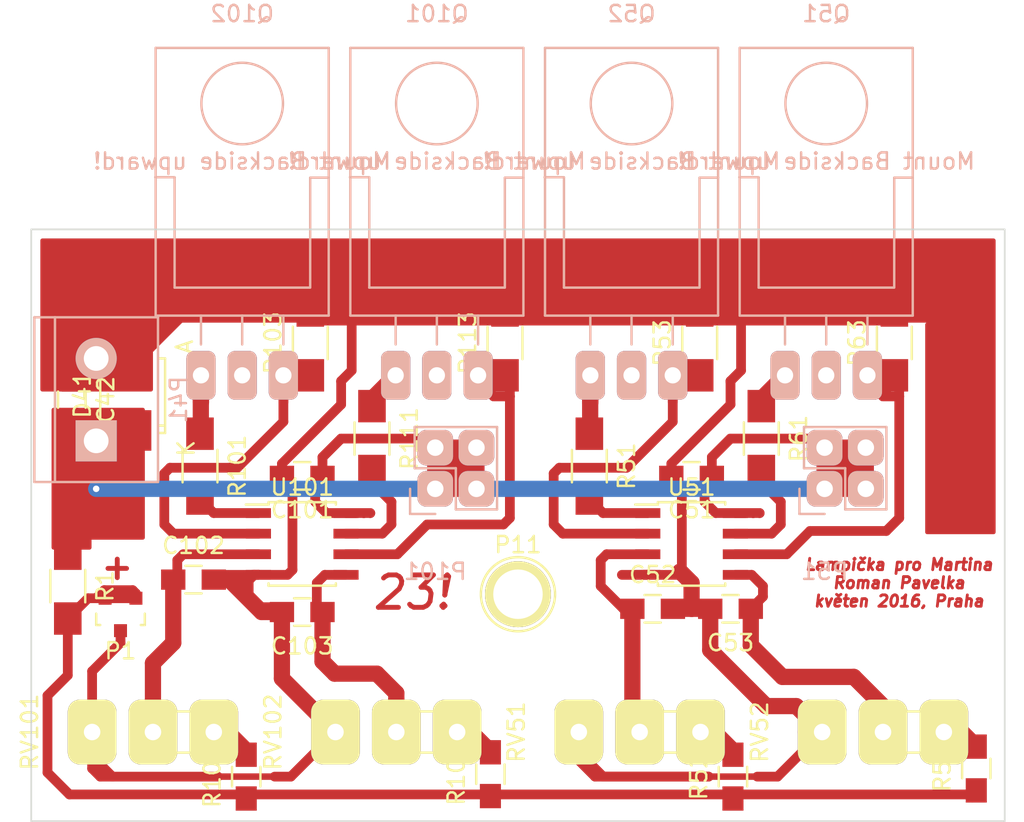
<source format=kicad_pcb>
(kicad_pcb (version 4) (host pcbnew "(2016-05-06 BZR 6776)-product")

  (general
    (links 68)
    (no_connects 0)
    (area 118.449999 84.949999 178.550001 121.550001)
    (thickness 1.6)
    (drawings 25)
    (tracks 316)
    (zones 0)
    (modules 36)
    (nets 24)
  )

  (page A4)
  (layers
    (0 F.Cu signal)
    (31 B.Cu signal)
    (32 B.Adhes user)
    (33 F.Adhes user)
    (34 B.Paste user)
    (35 F.Paste user)
    (36 B.SilkS user)
    (37 F.SilkS user)
    (38 B.Mask user)
    (39 F.Mask user)
    (40 Dwgs.User user)
    (41 Cmts.User user)
    (42 Eco1.User user)
    (43 Eco2.User user)
    (44 Edge.Cuts user)
    (45 Margin user)
    (46 B.CrtYd user)
    (47 F.CrtYd user)
    (48 B.Fab user)
    (49 F.Fab user)
  )

  (setup
    (last_trace_width 1)
    (user_trace_width 0.4)
    (user_trace_width 0.6)
    (user_trace_width 1)
    (trace_clearance 0.2)
    (zone_clearance 0.508)
    (zone_45_only no)
    (trace_min 0.2)
    (segment_width 0.2)
    (edge_width 0.1)
    (via_size 0.6)
    (via_drill 0.4)
    (via_min_size 0.4)
    (via_min_drill 0.3)
    (uvia_size 0.3)
    (uvia_drill 0.1)
    (uvias_allowed no)
    (uvia_min_size 0.2)
    (uvia_min_drill 0.1)
    (pcb_text_width 0.3)
    (pcb_text_size 1.5 1.5)
    (mod_edge_width 0.15)
    (mod_text_size 1 1)
    (mod_text_width 0.15)
    (pad_size 3 1.8)
    (pad_drill 1.00076)
    (pad_to_mask_clearance 0)
    (aux_axis_origin 0 0)
    (visible_elements FFFFFF1F)
    (pcbplotparams
      (layerselection 0x00000_7fffffff)
      (usegerberextensions false)
      (excludeedgelayer false)
      (linewidth 0.100000)
      (plotframeref false)
      (viasonmask false)
      (mode 1)
      (useauxorigin false)
      (hpglpennumber 1)
      (hpglpenspeed 20)
      (hpglpendiameter 15)
      (psnegative false)
      (psa4output false)
      (plotreference false)
      (plotvalue false)
      (plotinvisibletext false)
      (padsonsilk false)
      (subtractmaskfromsilk false)
      (outputformat 2)
      (mirror true)
      (drillshape 1)
      (scaleselection 1)
      (outputdirectory ""))
  )

  (net 0 "")
  (net 1 /input-1x/INPUT+)
  (net 2 GND)
  (net 3 "Net-(C52-Pad1)")
  (net 4 "Net-(C53-Pad1)")
  (net 5 "Net-(C102-Pad1)")
  (net 6 "Net-(C103-Pad1)")
  (net 7 "Net-(Q51-Pad3)")
  (net 8 "Net-(Q51-Pad1)")
  (net 9 "Net-(Q52-Pad3)")
  (net 10 "Net-(Q52-Pad1)")
  (net 11 "Net-(Q101-Pad3)")
  (net 12 "Net-(Q101-Pad1)")
  (net 13 "Net-(Q102-Pad3)")
  (net 14 "Net-(Q102-Pad1)")
  (net 15 "Net-(R51-Pad2)")
  (net 16 "Net-(R52-Pad2)")
  (net 17 "Net-(R54-Pad2)")
  (net 18 "Net-(R61-Pad2)")
  (net 19 "Net-(R101-Pad2)")
  (net 20 "Net-(R102-Pad2)")
  (net 21 "Net-(R104-Pad2)")
  (net 22 "Net-(R111-Pad2)")
  (net 23 /singleOpAmp-2x/VrefA0)

  (net_class Default "This is the default net class."
    (clearance 0.2)
    (trace_width 0.25)
    (via_dia 0.6)
    (via_drill 0.4)
    (uvia_dia 0.3)
    (uvia_drill 0.1)
    (add_net /input-1x/INPUT+)
    (add_net /singleOpAmp-2x/VrefA0)
    (add_net GND)
    (add_net "Net-(C102-Pad1)")
    (add_net "Net-(C103-Pad1)")
    (add_net "Net-(C52-Pad1)")
    (add_net "Net-(C53-Pad1)")
    (add_net "Net-(Q101-Pad1)")
    (add_net "Net-(Q101-Pad3)")
    (add_net "Net-(Q102-Pad1)")
    (add_net "Net-(Q102-Pad3)")
    (add_net "Net-(Q51-Pad1)")
    (add_net "Net-(Q51-Pad3)")
    (add_net "Net-(Q52-Pad1)")
    (add_net "Net-(Q52-Pad3)")
    (add_net "Net-(R101-Pad2)")
    (add_net "Net-(R102-Pad2)")
    (add_net "Net-(R104-Pad2)")
    (add_net "Net-(R111-Pad2)")
    (add_net "Net-(R51-Pad2)")
    (add_net "Net-(R52-Pad2)")
    (add_net "Net-(R54-Pad2)")
    (add_net "Net-(R61-Pad2)")
  )

  (module Capacitors_SMD:C_0805_HandSoldering (layer F.Cu) (tedit 541A9B8D) (tstamp 57463012)
    (at 121 95.5 270)
    (descr "Capacitor SMD 0805, hand soldering")
    (tags "capacitor 0805")
    (path /57462FFF/5447B891)
    (attr smd)
    (fp_text reference C42 (at 0 -2.1 270) (layer F.SilkS)
      (effects (font (size 1 1) (thickness 0.15)))
    )
    (fp_text value 100n (at 0 2.1 270) (layer F.Fab)
      (effects (font (size 1 1) (thickness 0.15)))
    )
    (fp_line (start -2.3 -1) (end 2.3 -1) (layer F.CrtYd) (width 0.05))
    (fp_line (start -2.3 1) (end 2.3 1) (layer F.CrtYd) (width 0.05))
    (fp_line (start -2.3 -1) (end -2.3 1) (layer F.CrtYd) (width 0.05))
    (fp_line (start 2.3 -1) (end 2.3 1) (layer F.CrtYd) (width 0.05))
    (fp_line (start 0.5 -0.85) (end -0.5 -0.85) (layer F.SilkS) (width 0.15))
    (fp_line (start -0.5 0.85) (end 0.5 0.85) (layer F.SilkS) (width 0.15))
    (pad 1 smd rect (at -1.25 0 270) (size 1.5 1.25) (layers F.Cu F.Paste F.Mask)
      (net 2 GND))
    (pad 2 smd rect (at 1.25 0 270) (size 1.5 1.25) (layers F.Cu F.Paste F.Mask)
      (net 1 /input-1x/INPUT+))
    (model Capacitors_SMD.3dshapes/C_0805_HandSoldering.wrl
      (at (xyz 0 0 0))
      (scale (xyz 1 1 1))
      (rotate (xyz 0 0 0))
    )
  )

  (module Capacitors_SMD:C_0805_HandSoldering (layer F.Cu) (tedit 541A9B8D) (tstamp 57463065)
    (at 159.2 100.2 180)
    (descr "Capacitor SMD 0805, hand soldering")
    (tags "capacitor 0805")
    (path /57463002/5732703B)
    (attr smd)
    (fp_text reference C51 (at 0 -2.1 180) (layer F.SilkS)
      (effects (font (size 1 1) (thickness 0.15)))
    )
    (fp_text value 100n (at 0 2.1 180) (layer F.Fab)
      (effects (font (size 1 1) (thickness 0.15)))
    )
    (fp_line (start -2.3 -1) (end 2.3 -1) (layer F.CrtYd) (width 0.05))
    (fp_line (start -2.3 1) (end 2.3 1) (layer F.CrtYd) (width 0.05))
    (fp_line (start -2.3 -1) (end -2.3 1) (layer F.CrtYd) (width 0.05))
    (fp_line (start 2.3 -1) (end 2.3 1) (layer F.CrtYd) (width 0.05))
    (fp_line (start 0.5 -0.85) (end -0.5 -0.85) (layer F.SilkS) (width 0.15))
    (fp_line (start -0.5 0.85) (end 0.5 0.85) (layer F.SilkS) (width 0.15))
    (pad 1 smd rect (at -1.25 0 180) (size 1.5 1.25) (layers F.Cu F.Paste F.Mask)
      (net 1 /input-1x/INPUT+))
    (pad 2 smd rect (at 1.25 0 180) (size 1.5 1.25) (layers F.Cu F.Paste F.Mask)
      (net 2 GND))
    (model Capacitors_SMD.3dshapes/C_0805_HandSoldering.wrl
      (at (xyz 0 0 0))
      (scale (xyz 1 1 1))
      (rotate (xyz 0 0 0))
    )
  )

  (module Capacitors_SMD:C_0805_HandSoldering (layer F.Cu) (tedit 541A9B8D) (tstamp 57463071)
    (at 156.8 108.4)
    (descr "Capacitor SMD 0805, hand soldering")
    (tags "capacitor 0805")
    (path /57463002/57464548)
    (attr smd)
    (fp_text reference C52 (at 0 -2.1) (layer F.SilkS)
      (effects (font (size 1 1) (thickness 0.15)))
    )
    (fp_text value 100n (at 0 2.1) (layer F.Fab)
      (effects (font (size 1 1) (thickness 0.15)))
    )
    (fp_line (start -2.3 -1) (end 2.3 -1) (layer F.CrtYd) (width 0.05))
    (fp_line (start -2.3 1) (end 2.3 1) (layer F.CrtYd) (width 0.05))
    (fp_line (start -2.3 -1) (end -2.3 1) (layer F.CrtYd) (width 0.05))
    (fp_line (start 2.3 -1) (end 2.3 1) (layer F.CrtYd) (width 0.05))
    (fp_line (start 0.5 -0.85) (end -0.5 -0.85) (layer F.SilkS) (width 0.15))
    (fp_line (start -0.5 0.85) (end 0.5 0.85) (layer F.SilkS) (width 0.15))
    (pad 1 smd rect (at -1.25 0) (size 1.5 1.25) (layers F.Cu F.Paste F.Mask)
      (net 3 "Net-(C52-Pad1)"))
    (pad 2 smd rect (at 1.25 0) (size 1.5 1.25) (layers F.Cu F.Paste F.Mask)
      (net 2 GND))
    (model Capacitors_SMD.3dshapes/C_0805_HandSoldering.wrl
      (at (xyz 0 0 0))
      (scale (xyz 1 1 1))
      (rotate (xyz 0 0 0))
    )
  )

  (module Capacitors_SMD:C_0805_HandSoldering (layer F.Cu) (tedit 541A9B8D) (tstamp 5746307D)
    (at 161.6 108.4 180)
    (descr "Capacitor SMD 0805, hand soldering")
    (tags "capacitor 0805")
    (path /57463002/5746454D)
    (attr smd)
    (fp_text reference C53 (at 0 -2.1 180) (layer F.SilkS)
      (effects (font (size 1 1) (thickness 0.15)))
    )
    (fp_text value 100n (at 0 2.1 180) (layer F.Fab)
      (effects (font (size 1 1) (thickness 0.15)))
    )
    (fp_line (start -2.3 -1) (end 2.3 -1) (layer F.CrtYd) (width 0.05))
    (fp_line (start -2.3 1) (end 2.3 1) (layer F.CrtYd) (width 0.05))
    (fp_line (start -2.3 -1) (end -2.3 1) (layer F.CrtYd) (width 0.05))
    (fp_line (start 2.3 -1) (end 2.3 1) (layer F.CrtYd) (width 0.05))
    (fp_line (start 0.5 -0.85) (end -0.5 -0.85) (layer F.SilkS) (width 0.15))
    (fp_line (start -0.5 0.85) (end 0.5 0.85) (layer F.SilkS) (width 0.15))
    (pad 1 smd rect (at -1.25 0 180) (size 1.5 1.25) (layers F.Cu F.Paste F.Mask)
      (net 4 "Net-(C53-Pad1)"))
    (pad 2 smd rect (at 1.25 0 180) (size 1.5 1.25) (layers F.Cu F.Paste F.Mask)
      (net 2 GND))
    (model Capacitors_SMD.3dshapes/C_0805_HandSoldering.wrl
      (at (xyz 0 0 0))
      (scale (xyz 1 1 1))
      (rotate (xyz 0 0 0))
    )
  )

  (module Capacitors_SMD:C_0805_HandSoldering (layer F.Cu) (tedit 541A9B8D) (tstamp 57463089)
    (at 135.2 100.2 180)
    (descr "Capacitor SMD 0805, hand soldering")
    (tags "capacitor 0805")
    (path /57463002/5746453B)
    (attr smd)
    (fp_text reference C101 (at 0 -2.1 180) (layer F.SilkS)
      (effects (font (size 1 1) (thickness 0.15)))
    )
    (fp_text value 100n (at 0 2.1 180) (layer F.Fab)
      (effects (font (size 1 1) (thickness 0.15)))
    )
    (fp_line (start -2.3 -1) (end 2.3 -1) (layer F.CrtYd) (width 0.05))
    (fp_line (start -2.3 1) (end 2.3 1) (layer F.CrtYd) (width 0.05))
    (fp_line (start -2.3 -1) (end -2.3 1) (layer F.CrtYd) (width 0.05))
    (fp_line (start 2.3 -1) (end 2.3 1) (layer F.CrtYd) (width 0.05))
    (fp_line (start 0.5 -0.85) (end -0.5 -0.85) (layer F.SilkS) (width 0.15))
    (fp_line (start -0.5 0.85) (end 0.5 0.85) (layer F.SilkS) (width 0.15))
    (pad 1 smd rect (at -1.25 0 180) (size 1.5 1.25) (layers F.Cu F.Paste F.Mask)
      (net 1 /input-1x/INPUT+))
    (pad 2 smd rect (at 1.25 0 180) (size 1.5 1.25) (layers F.Cu F.Paste F.Mask)
      (net 2 GND))
    (model Capacitors_SMD.3dshapes/C_0805_HandSoldering.wrl
      (at (xyz 0 0 0))
      (scale (xyz 1 1 1))
      (rotate (xyz 0 0 0))
    )
  )

  (module Capacitors_SMD:C_0805_HandSoldering (layer F.Cu) (tedit 541A9B8D) (tstamp 57463095)
    (at 128.5 106.6)
    (descr "Capacitor SMD 0805, hand soldering")
    (tags "capacitor 0805")
    (path /57463002/5746353E)
    (attr smd)
    (fp_text reference C102 (at 0 -2.1) (layer F.SilkS)
      (effects (font (size 1 1) (thickness 0.15)))
    )
    (fp_text value 100n (at 0 2.1) (layer F.Fab)
      (effects (font (size 1 1) (thickness 0.15)))
    )
    (fp_line (start -2.3 -1) (end 2.3 -1) (layer F.CrtYd) (width 0.05))
    (fp_line (start -2.3 1) (end 2.3 1) (layer F.CrtYd) (width 0.05))
    (fp_line (start -2.3 -1) (end -2.3 1) (layer F.CrtYd) (width 0.05))
    (fp_line (start 2.3 -1) (end 2.3 1) (layer F.CrtYd) (width 0.05))
    (fp_line (start 0.5 -0.85) (end -0.5 -0.85) (layer F.SilkS) (width 0.15))
    (fp_line (start -0.5 0.85) (end 0.5 0.85) (layer F.SilkS) (width 0.15))
    (pad 1 smd rect (at -1.25 0) (size 1.5 1.25) (layers F.Cu F.Paste F.Mask)
      (net 5 "Net-(C102-Pad1)"))
    (pad 2 smd rect (at 1.25 0) (size 1.5 1.25) (layers F.Cu F.Paste F.Mask)
      (net 2 GND))
    (model Capacitors_SMD.3dshapes/C_0805_HandSoldering.wrl
      (at (xyz 0 0 0))
      (scale (xyz 1 1 1))
      (rotate (xyz 0 0 0))
    )
  )

  (module Capacitors_SMD:C_0805_HandSoldering (layer F.Cu) (tedit 541A9B8D) (tstamp 574630A1)
    (at 135.2 108.6 180)
    (descr "Capacitor SMD 0805, hand soldering")
    (tags "capacitor 0805")
    (path /57463002/574647A2)
    (attr smd)
    (fp_text reference C103 (at 0 -2.1 180) (layer F.SilkS)
      (effects (font (size 1 1) (thickness 0.15)))
    )
    (fp_text value 100n (at 0 2.1 180) (layer F.Fab)
      (effects (font (size 1 1) (thickness 0.15)))
    )
    (fp_line (start -2.3 -1) (end 2.3 -1) (layer F.CrtYd) (width 0.05))
    (fp_line (start -2.3 1) (end 2.3 1) (layer F.CrtYd) (width 0.05))
    (fp_line (start -2.3 -1) (end -2.3 1) (layer F.CrtYd) (width 0.05))
    (fp_line (start 2.3 -1) (end 2.3 1) (layer F.CrtYd) (width 0.05))
    (fp_line (start 0.5 -0.85) (end -0.5 -0.85) (layer F.SilkS) (width 0.15))
    (fp_line (start -0.5 0.85) (end 0.5 0.85) (layer F.SilkS) (width 0.15))
    (pad 1 smd rect (at -1.25 0 180) (size 1.5 1.25) (layers F.Cu F.Paste F.Mask)
      (net 6 "Net-(C103-Pad1)"))
    (pad 2 smd rect (at 1.25 0 180) (size 1.5 1.25) (layers F.Cu F.Paste F.Mask)
      (net 2 GND))
    (model Capacitors_SMD.3dshapes/C_0805_HandSoldering.wrl
      (at (xyz 0 0 0))
      (scale (xyz 1 1 1))
      (rotate (xyz 0 0 0))
    )
  )

  (module Diodes_SMD:SMB_Standard (layer F.Cu) (tedit 552FF363) (tstamp 574630BD)
    (at 124.75 95.25 90)
    (descr "Diode SMB Standard")
    (tags "Diode SMB Standard")
    (path /57462FFF/55DC8D13)
    (attr smd)
    (fp_text reference D41 (at 0.05 -3.1 90) (layer F.SilkS)
      (effects (font (size 1 1) (thickness 0.15)))
    )
    (fp_text value TVS (at 0.05 4.7 90) (layer F.Fab)
      (effects (font (size 1 1) (thickness 0.15)))
    )
    (fp_line (start -3.65 -2.25) (end 3.65 -2.25) (layer F.CrtYd) (width 0.05))
    (fp_line (start 3.65 -2.25) (end 3.65 2.25) (layer F.CrtYd) (width 0.05))
    (fp_line (start 3.65 2.25) (end -3.65 2.25) (layer F.CrtYd) (width 0.05))
    (fp_line (start -3.65 2.25) (end -3.65 -2.25) (layer F.CrtYd) (width 0.05))
    (fp_text user K (at -3.25 3.3 90) (layer F.SilkS)
      (effects (font (size 1 1) (thickness 0.15)))
    )
    (fp_text user A (at 3 3.2 90) (layer F.SilkS)
      (effects (font (size 1 1) (thickness 0.15)))
    )
    (fp_line (start -2.30632 1.8) (end -2.30632 1.6002) (layer F.SilkS) (width 0.15))
    (fp_line (start -1.84928 1.75) (end -1.84928 1.601) (layer F.SilkS) (width 0.15))
    (fp_line (start 2.29616 1.8) (end 2.29616 1.651) (layer F.SilkS) (width 0.15))
    (fp_line (start -2.30124 -1.8) (end -2.30124 -1.651) (layer F.SilkS) (width 0.15))
    (fp_line (start -1.84928 -1.8) (end -1.84928 -1.651) (layer F.SilkS) (width 0.15))
    (fp_line (start 2.30124 -1.8) (end 2.30124 -1.651) (layer F.SilkS) (width 0.15))
    (fp_circle (center 0 0) (end 0.44958 0.09906) (layer F.Adhes) (width 0.381))
    (fp_circle (center 0 0) (end 0.20066 0.09906) (layer F.Adhes) (width 0.381))
    (fp_line (start -1.84928 1.94898) (end -1.84928 1.75086) (layer F.SilkS) (width 0.15))
    (fp_line (start -1.84928 -1.99898) (end -1.84928 -1.80086) (layer F.SilkS) (width 0.15))
    (fp_line (start 2.29616 1.99644) (end 2.29616 1.79832) (layer F.SilkS) (width 0.15))
    (fp_line (start -2.30632 1.99644) (end 2.29616 1.99644) (layer F.SilkS) (width 0.15))
    (fp_line (start -2.30632 1.99644) (end -2.30632 1.79832) (layer F.SilkS) (width 0.15))
    (fp_line (start -2.30124 -1.99898) (end -2.30124 -1.80086) (layer F.SilkS) (width 0.15))
    (fp_line (start -2.30124 -1.99898) (end 2.30124 -1.99898) (layer F.SilkS) (width 0.15))
    (fp_line (start 2.30124 -1.99898) (end 2.30124 -1.80086) (layer F.SilkS) (width 0.15))
    (pad 1 smd rect (at -2.14884 0 90) (size 2.49936 2.30124) (layers F.Cu F.Paste F.Mask)
      (net 1 /input-1x/INPUT+))
    (pad 2 smd rect (at 2.14884 0 90) (size 2.49936 2.30124) (layers F.Cu F.Paste F.Mask)
      (net 2 GND))
    (model Diodes_SMD.3dshapes/SMB_Standard.wrl
      (at (xyz 0 0 0))
      (scale (xyz 0.3937 0.3937 0.3937))
      (rotate (xyz 0 0 180))
    )
  )

  (module Connect:1pin (layer F.Cu) (tedit 0) (tstamp 574630C9)
    (at 148.5 107.5)
    (descr "module 1 pin (ou trou mecanique de percage)")
    (tags DEV)
    (path /57462FFD/57464535)
    (fp_text reference P11 (at 0 -3.048) (layer F.SilkS)
      (effects (font (size 1 1) (thickness 0.15)))
    )
    (fp_text value CONN_01X01 (at 0 2.794) (layer F.Fab)
      (effects (font (size 1 1) (thickness 0.15)))
    )
    (fp_circle (center 0 0) (end 0 -2.286) (layer F.SilkS) (width 0.15))
    (pad 1 thru_hole circle (at 0 0) (size 4.064 4.064) (drill 3.048) (layers *.Cu *.Mask F.SilkS))
  )

  (module Connect:bornier2 (layer B.Cu) (tedit 0) (tstamp 574630E0)
    (at 122.5 95.5 90)
    (descr "Bornier d'alimentation 2 pins")
    (tags DEV)
    (path /57462FFF/5443368D)
    (fp_text reference P41 (at 0 5.08 90) (layer B.SilkS)
      (effects (font (size 1 1) (thickness 0.15)) (justify mirror))
    )
    (fp_text value CONN_01X02 (at 0 -5.08 90) (layer B.Fab)
      (effects (font (size 1 1) (thickness 0.15)) (justify mirror))
    )
    (fp_line (start 5.08 -2.54) (end -5.08 -2.54) (layer B.SilkS) (width 0.15))
    (fp_line (start 5.08 -3.81) (end 5.08 3.81) (layer B.SilkS) (width 0.15))
    (fp_line (start 5.08 3.81) (end -5.08 3.81) (layer B.SilkS) (width 0.15))
    (fp_line (start -5.08 3.81) (end -5.08 -3.81) (layer B.SilkS) (width 0.15))
    (fp_line (start -5.08 -3.81) (end 5.08 -3.81) (layer B.SilkS) (width 0.15))
    (pad 1 thru_hole rect (at -2.54 0 90) (size 2.54 2.54) (drill 1.524) (layers *.Cu *.Mask B.SilkS)
      (net 1 /input-1x/INPUT+))
    (pad 2 thru_hole circle (at 2.54 0 90) (size 2.54 2.54) (drill 1.524) (layers *.Cu *.Mask B.SilkS)
      (net 2 GND))
    (model Connect.3dshapes/bornier2.wrl
      (at (xyz 0 0 0))
      (scale (xyz 1 1 1))
      (rotate (xyz 0 0 0))
    )
  )

  (module Pin_Headers:Pin_Header_Straight_2x02 (layer B.Cu) (tedit 0) (tstamp 574630F4)
    (at 167.4 101)
    (descr "Through hole pin header")
    (tags "pin header")
    (path /57463002/57464544)
    (fp_text reference P51 (at 0 5.1) (layer B.SilkS)
      (effects (font (size 1 1) (thickness 0.15)) (justify mirror))
    )
    (fp_text value CONN_02X02 (at 0 3.1) (layer B.Fab)
      (effects (font (size 1 1) (thickness 0.15)) (justify mirror))
    )
    (fp_line (start -1.75 1.75) (end -1.75 -4.3) (layer B.CrtYd) (width 0.05))
    (fp_line (start 4.3 1.75) (end 4.3 -4.3) (layer B.CrtYd) (width 0.05))
    (fp_line (start -1.75 1.75) (end 4.3 1.75) (layer B.CrtYd) (width 0.05))
    (fp_line (start -1.75 -4.3) (end 4.3 -4.3) (layer B.CrtYd) (width 0.05))
    (fp_line (start -1.55 0) (end -1.55 1.55) (layer B.SilkS) (width 0.15))
    (fp_line (start 0 1.55) (end -1.55 1.55) (layer B.SilkS) (width 0.15))
    (fp_line (start -1.27 -1.27) (end 1.27 -1.27) (layer B.SilkS) (width 0.15))
    (fp_line (start 1.27 -1.27) (end 1.27 1.27) (layer B.SilkS) (width 0.15))
    (fp_line (start 1.27 1.27) (end 3.81 1.27) (layer B.SilkS) (width 0.15))
    (fp_line (start 3.81 1.27) (end 3.81 -3.81) (layer B.SilkS) (width 0.15))
    (fp_line (start 3.81 -3.81) (end -1.27 -3.81) (layer B.SilkS) (width 0.15))
    (fp_line (start -1.27 -3.81) (end -1.27 -1.27) (layer B.SilkS) (width 0.15))
    (pad 1 thru_hole roundrect (at 0 0) (size 2.2 2.2) (drill 1.016) (layers *.Cu *.Mask B.SilkS)(roundrect_rratio 0.25)
      (net 1 /input-1x/INPUT+))
    (pad 2 thru_hole roundrect (at 2.54 0) (size 2.2 2.2) (drill 1.016) (layers *.Cu *.Mask B.SilkS)(roundrect_rratio 0.25)
      (net 1 /input-1x/INPUT+))
    (pad 3 thru_hole roundrect (at 0 -2.54) (size 2.2 2.2) (drill 1.016) (layers *.Cu *.Mask B.SilkS)(roundrect_rratio 0.25)
      (net 1 /input-1x/INPUT+))
    (pad 4 thru_hole roundrect (at 2.54 -2.54) (size 2.2 2.2) (drill 1.016) (layers *.Cu *.Mask B.SilkS)(roundrect_rratio 0.25)
      (net 1 /input-1x/INPUT+))
    (model Pin_Headers.3dshapes/Pin_Header_Straight_2x02.wrl
      (at (xyz 0.05 -0.05 0))
      (scale (xyz 1 1 1))
      (rotate (xyz 0 0 90))
    )
  )

  (module Pin_Headers:Pin_Header_Straight_2x02 (layer B.Cu) (tedit 57463C25) (tstamp 57463108)
    (at 143.4 101)
    (descr "Through hole pin header")
    (tags "pin header")
    (path /57463002/57386BFB)
    (fp_text reference P101 (at 0 5.1) (layer B.SilkS)
      (effects (font (size 1 1) (thickness 0.15)) (justify mirror))
    )
    (fp_text value CONN_02X02 (at 0 3.1) (layer B.Fab)
      (effects (font (size 1 1) (thickness 0.15)) (justify mirror))
    )
    (fp_line (start -1.75 1.75) (end -1.75 -4.3) (layer B.CrtYd) (width 0.05))
    (fp_line (start 4.3 1.75) (end 4.3 -4.3) (layer B.CrtYd) (width 0.05))
    (fp_line (start -1.75 1.75) (end 4.3 1.75) (layer B.CrtYd) (width 0.05))
    (fp_line (start -1.75 -4.3) (end 4.3 -4.3) (layer B.CrtYd) (width 0.05))
    (fp_line (start -1.55 0) (end -1.55 1.55) (layer B.SilkS) (width 0.15))
    (fp_line (start 0 1.55) (end -1.55 1.55) (layer B.SilkS) (width 0.15))
    (fp_line (start -1.27 -1.27) (end 1.27 -1.27) (layer B.SilkS) (width 0.15))
    (fp_line (start 1.27 -1.27) (end 1.27 1.27) (layer B.SilkS) (width 0.15))
    (fp_line (start 1.27 1.27) (end 3.81 1.27) (layer B.SilkS) (width 0.15))
    (fp_line (start 3.81 1.27) (end 3.81 -3.81) (layer B.SilkS) (width 0.15))
    (fp_line (start 3.81 -3.81) (end -1.27 -3.81) (layer B.SilkS) (width 0.15))
    (fp_line (start -1.27 -3.81) (end -1.27 -1.27) (layer B.SilkS) (width 0.15))
    (pad 1 thru_hole roundrect (at 0 0) (size 2.2 2.2) (drill 1.016) (layers *.Cu *.Mask B.SilkS)(roundrect_rratio 0.25)
      (net 1 /input-1x/INPUT+))
    (pad 2 thru_hole roundrect (at 2.54 0) (size 2.2 2.2) (drill 1.016) (layers *.Cu *.Mask B.SilkS)(roundrect_rratio 0.25)
      (net 1 /input-1x/INPUT+))
    (pad 3 thru_hole roundrect (at 0 -2.54) (size 2.2 2.2) (drill 1.016) (layers *.Cu *.Mask B.SilkS)(roundrect_rratio 0.25)
      (net 1 /input-1x/INPUT+))
    (pad 4 thru_hole roundrect (at 2.54 -2.54) (size 2.2 2.2) (drill 1.016) (layers *.Cu *.Mask B.SilkS)(roundrect_rratio 0.25)
      (net 1 /input-1x/INPUT+))
    (model Pin_Headers.3dshapes/Pin_Header_Straight_2x02.wrl
      (at (xyz 0.05 -0.05 0))
      (scale (xyz 1 1 1))
      (rotate (xyz 0 0 90))
    )
  )

  (module TO_SOT_Packages_THT:TO-220_Neutral123_Horizontal_Reverse (layer B.Cu) (tedit 57464204) (tstamp 57463121)
    (at 167.5 94 180)
    (descr "TO-220, Neutral, Horizontal, Reverse,")
    (tags "TO-220, Neutral, Horizontal,  Reverse,")
    (path /57463002/5746453F)
    (fp_text reference Q51 (at 0 22.3012 180) (layer B.SilkS)
      (effects (font (size 1 1) (thickness 0.15)) (justify mirror))
    )
    (fp_text value TIP122 (at 1.27 -3.81 180) (layer B.Fab)
      (effects (font (size 1 1) (thickness 0.15)) (justify mirror))
    )
    (fp_text user "Mount Backside upward!" (at 0 13.208 180) (layer B.SilkS)
      (effects (font (size 1 1) (thickness 0.15)) (justify mirror))
    )
    (fp_line (start 4.1656 12.2174) (end 5.3594 12.2174) (layer B.SilkS) (width 0.15))
    (fp_line (start -4.191 12.192) (end -5.334 12.192) (layer B.SilkS) (width 0.15))
    (fp_line (start -4.191 5.4102) (end -4.191 12.1666) (layer B.SilkS) (width 0.15))
    (fp_line (start 4.1656 12.192) (end 4.1656 5.4102) (layer B.SilkS) (width 0.15))
    (fp_line (start 4.1656 5.4102) (end -4.1656 5.4102) (layer B.SilkS) (width 0.15))
    (fp_circle (center 0 16.764) (end 1.778 14.986) (layer B.SilkS) (width 0.15))
    (fp_line (start -2.54 3.683) (end -2.54 1.905) (layer B.SilkS) (width 0.15))
    (fp_line (start 0 3.683) (end 0 1.905) (layer B.SilkS) (width 0.15))
    (fp_line (start 2.54 3.683) (end 2.54 1.905) (layer B.SilkS) (width 0.15))
    (fp_line (start 5.334 12.192) (end 5.334 20.193) (layer B.SilkS) (width 0.15))
    (fp_line (start 5.334 20.193) (end -5.334 20.193) (layer B.SilkS) (width 0.15))
    (fp_line (start -5.334 20.193) (end -5.334 12.192) (layer B.SilkS) (width 0.15))
    (fp_line (start 5.334 3.683) (end 5.334 12.192) (layer B.SilkS) (width 0.15))
    (fp_line (start -5.334 12.192) (end -5.334 3.683) (layer B.SilkS) (width 0.15))
    (fp_line (start 0 3.683) (end -5.334 3.683) (layer B.SilkS) (width 0.15))
    (fp_line (start 0 3.683) (end 5.334 3.683) (layer B.SilkS) (width 0.15))
    (pad 2 thru_hole roundrect (at 0 0 90) (size 3 1.8) (drill 1.00076) (layers *.Cu *.Mask B.SilkS)(roundrect_rratio 0.25))
    (pad 3 thru_hole roundrect (at -2.54 0 90) (size 3 1.8) (drill 1.00076) (layers *.Cu *.Mask B.SilkS)(roundrect_rratio 0.25)
      (net 7 "Net-(Q51-Pad3)"))
    (pad 1 thru_hole roundrect (at 2.54 0 90) (size 3 1.8) (drill 1.00076) (layers *.Cu *.Mask B.SilkS)(roundrect_rratio 0.25)
      (net 8 "Net-(Q51-Pad1)"))
    (model TO_SOT_Packages_THT.3dshapes/TO-220_Neutral123_Horizontal_Reverse.wrl
      (at (xyz 0 0 0))
      (scale (xyz 0.3937 0.3937 0.3937))
      (rotate (xyz 0 0 0))
    )
  )

  (module TO_SOT_Packages_THT:TO-220_Neutral123_Horizontal_Reverse (layer B.Cu) (tedit 57464202) (tstamp 5746313A)
    (at 155.5 94 180)
    (descr "TO-220, Neutral, Horizontal, Reverse,")
    (tags "TO-220, Neutral, Horizontal,  Reverse,")
    (path /57463002/572F461F)
    (fp_text reference Q52 (at 0 22.3012 180) (layer B.SilkS)
      (effects (font (size 1 1) (thickness 0.15)) (justify mirror))
    )
    (fp_text value TIP122 (at 1.27 -3.81 180) (layer B.Fab)
      (effects (font (size 1 1) (thickness 0.15)) (justify mirror))
    )
    (fp_text user "Mount Backside upward!" (at 0 13.208 180) (layer B.SilkS)
      (effects (font (size 1 1) (thickness 0.15)) (justify mirror))
    )
    (fp_line (start 4.1656 12.2174) (end 5.3594 12.2174) (layer B.SilkS) (width 0.15))
    (fp_line (start -4.191 12.192) (end -5.334 12.192) (layer B.SilkS) (width 0.15))
    (fp_line (start -4.191 5.4102) (end -4.191 12.1666) (layer B.SilkS) (width 0.15))
    (fp_line (start 4.1656 12.192) (end 4.1656 5.4102) (layer B.SilkS) (width 0.15))
    (fp_line (start 4.1656 5.4102) (end -4.1656 5.4102) (layer B.SilkS) (width 0.15))
    (fp_circle (center 0 16.764) (end 1.778 14.986) (layer B.SilkS) (width 0.15))
    (fp_line (start -2.54 3.683) (end -2.54 1.905) (layer B.SilkS) (width 0.15))
    (fp_line (start 0 3.683) (end 0 1.905) (layer B.SilkS) (width 0.15))
    (fp_line (start 2.54 3.683) (end 2.54 1.905) (layer B.SilkS) (width 0.15))
    (fp_line (start 5.334 12.192) (end 5.334 20.193) (layer B.SilkS) (width 0.15))
    (fp_line (start 5.334 20.193) (end -5.334 20.193) (layer B.SilkS) (width 0.15))
    (fp_line (start -5.334 20.193) (end -5.334 12.192) (layer B.SilkS) (width 0.15))
    (fp_line (start 5.334 3.683) (end 5.334 12.192) (layer B.SilkS) (width 0.15))
    (fp_line (start -5.334 12.192) (end -5.334 3.683) (layer B.SilkS) (width 0.15))
    (fp_line (start 0 3.683) (end -5.334 3.683) (layer B.SilkS) (width 0.15))
    (fp_line (start 0 3.683) (end 5.334 3.683) (layer B.SilkS) (width 0.15))
    (pad 2 thru_hole roundrect (at 0 0 90) (size 3 1.8) (drill 1.00076) (layers *.Cu *.Mask B.SilkS)(roundrect_rratio 0.25))
    (pad 3 thru_hole roundrect (at -2.54 0 90) (size 3 1.8) (drill 1.00076) (layers *.Cu *.Mask B.SilkS)(roundrect_rratio 0.25)
      (net 9 "Net-(Q52-Pad3)"))
    (pad 1 thru_hole roundrect (at 2.54 0 90) (size 3 1.8) (drill 1.00076) (layers *.Cu *.Mask B.SilkS)(roundrect_rratio 0.25)
      (net 10 "Net-(Q52-Pad1)"))
    (model TO_SOT_Packages_THT.3dshapes/TO-220_Neutral123_Horizontal_Reverse.wrl
      (at (xyz 0 0 0))
      (scale (xyz 0.3937 0.3937 0.3937))
      (rotate (xyz 0 0 0))
    )
  )

  (module TO_SOT_Packages_THT:TO-220_Neutral123_Horizontal_Reverse (layer B.Cu) (tedit 574641FF) (tstamp 57463153)
    (at 143.5 94 180)
    (descr "TO-220, Neutral, Horizontal, Reverse,")
    (tags "TO-220, Neutral, Horizontal,  Reverse,")
    (path /57463002/57327855)
    (fp_text reference Q101 (at 0 22.3012 180) (layer B.SilkS)
      (effects (font (size 1 1) (thickness 0.15)) (justify mirror))
    )
    (fp_text value TIP122 (at 1.27 -3.81 180) (layer B.Fab)
      (effects (font (size 1 1) (thickness 0.15)) (justify mirror))
    )
    (fp_text user "Mount Backside upward!" (at 0 13.208 180) (layer B.SilkS)
      (effects (font (size 1 1) (thickness 0.15)) (justify mirror))
    )
    (fp_line (start 4.1656 12.2174) (end 5.3594 12.2174) (layer B.SilkS) (width 0.15))
    (fp_line (start -4.191 12.192) (end -5.334 12.192) (layer B.SilkS) (width 0.15))
    (fp_line (start -4.191 5.4102) (end -4.191 12.1666) (layer B.SilkS) (width 0.15))
    (fp_line (start 4.1656 12.192) (end 4.1656 5.4102) (layer B.SilkS) (width 0.15))
    (fp_line (start 4.1656 5.4102) (end -4.1656 5.4102) (layer B.SilkS) (width 0.15))
    (fp_circle (center 0 16.764) (end 1.778 14.986) (layer B.SilkS) (width 0.15))
    (fp_line (start -2.54 3.683) (end -2.54 1.905) (layer B.SilkS) (width 0.15))
    (fp_line (start 0 3.683) (end 0 1.905) (layer B.SilkS) (width 0.15))
    (fp_line (start 2.54 3.683) (end 2.54 1.905) (layer B.SilkS) (width 0.15))
    (fp_line (start 5.334 12.192) (end 5.334 20.193) (layer B.SilkS) (width 0.15))
    (fp_line (start 5.334 20.193) (end -5.334 20.193) (layer B.SilkS) (width 0.15))
    (fp_line (start -5.334 20.193) (end -5.334 12.192) (layer B.SilkS) (width 0.15))
    (fp_line (start 5.334 3.683) (end 5.334 12.192) (layer B.SilkS) (width 0.15))
    (fp_line (start -5.334 12.192) (end -5.334 3.683) (layer B.SilkS) (width 0.15))
    (fp_line (start 0 3.683) (end -5.334 3.683) (layer B.SilkS) (width 0.15))
    (fp_line (start 0 3.683) (end 5.334 3.683) (layer B.SilkS) (width 0.15))
    (pad 2 thru_hole roundrect (at 0 0 90) (size 3 1.8) (drill 1.00076) (layers *.Cu *.Mask B.SilkS)(roundrect_rratio 0.25))
    (pad 3 thru_hole roundrect (at -2.54 0 90) (size 3 1.8) (drill 1.00076) (layers *.Cu *.Mask B.SilkS)(roundrect_rratio 0.25)
      (net 11 "Net-(Q101-Pad3)"))
    (pad 1 thru_hole roundrect (at 2.54 0 90) (size 3 1.8) (drill 1.00076) (layers *.Cu *.Mask B.SilkS)(roundrect_rratio 0.25)
      (net 12 "Net-(Q101-Pad1)"))
    (model TO_SOT_Packages_THT.3dshapes/TO-220_Neutral123_Horizontal_Reverse.wrl
      (at (xyz 0 0 0))
      (scale (xyz 0.3937 0.3937 0.3937))
      (rotate (xyz 0 0 0))
    )
  )

  (module TO_SOT_Packages_THT:TO-220_Neutral123_Horizontal_Reverse (layer B.Cu) (tedit 574641FC) (tstamp 5746316C)
    (at 131.5 94 180)
    (descr "TO-220, Neutral, Horizontal, Reverse,")
    (tags "TO-220, Neutral, Horizontal,  Reverse,")
    (path /57463002/57464538)
    (fp_text reference Q102 (at 0 22.3012 180) (layer B.SilkS)
      (effects (font (size 1 1) (thickness 0.15)) (justify mirror))
    )
    (fp_text value TIP122 (at 1.27 -3.81 180) (layer B.Fab)
      (effects (font (size 1 1) (thickness 0.15)) (justify mirror))
    )
    (fp_text user "Mount Backside upward!" (at 0 13.208 180) (layer B.SilkS)
      (effects (font (size 1 1) (thickness 0.15)) (justify mirror))
    )
    (fp_line (start 4.1656 12.2174) (end 5.3594 12.2174) (layer B.SilkS) (width 0.15))
    (fp_line (start -4.191 12.192) (end -5.334 12.192) (layer B.SilkS) (width 0.15))
    (fp_line (start -4.191 5.4102) (end -4.191 12.1666) (layer B.SilkS) (width 0.15))
    (fp_line (start 4.1656 12.192) (end 4.1656 5.4102) (layer B.SilkS) (width 0.15))
    (fp_line (start 4.1656 5.4102) (end -4.1656 5.4102) (layer B.SilkS) (width 0.15))
    (fp_circle (center 0 16.764) (end 1.778 14.986) (layer B.SilkS) (width 0.15))
    (fp_line (start -2.54 3.683) (end -2.54 1.905) (layer B.SilkS) (width 0.15))
    (fp_line (start 0 3.683) (end 0 1.905) (layer B.SilkS) (width 0.15))
    (fp_line (start 2.54 3.683) (end 2.54 1.905) (layer B.SilkS) (width 0.15))
    (fp_line (start 5.334 12.192) (end 5.334 20.193) (layer B.SilkS) (width 0.15))
    (fp_line (start 5.334 20.193) (end -5.334 20.193) (layer B.SilkS) (width 0.15))
    (fp_line (start -5.334 20.193) (end -5.334 12.192) (layer B.SilkS) (width 0.15))
    (fp_line (start 5.334 3.683) (end 5.334 12.192) (layer B.SilkS) (width 0.15))
    (fp_line (start -5.334 12.192) (end -5.334 3.683) (layer B.SilkS) (width 0.15))
    (fp_line (start 0 3.683) (end -5.334 3.683) (layer B.SilkS) (width 0.15))
    (fp_line (start 0 3.683) (end 5.334 3.683) (layer B.SilkS) (width 0.15))
    (pad 2 thru_hole roundrect (at 0 0 90) (size 3 1.8) (drill 1.00076) (layers *.Cu *.Mask B.SilkS)(roundrect_rratio 0.25))
    (pad 3 thru_hole roundrect (at -2.54 0 90) (size 3 1.8) (drill 1.00076) (layers *.Cu *.Mask B.SilkS)(roundrect_rratio 0.25)
      (net 13 "Net-(Q102-Pad3)"))
    (pad 1 thru_hole roundrect (at 2.54 0 90) (size 3 1.8) (drill 1.00076) (layers *.Cu *.Mask B.SilkS)(roundrect_rratio 0.25)
      (net 14 "Net-(Q102-Pad1)"))
    (model TO_SOT_Packages_THT.3dshapes/TO-220_Neutral123_Horizontal_Reverse.wrl
      (at (xyz 0 0 0))
      (scale (xyz 0.3937 0.3937 0.3937))
      (rotate (xyz 0 0 0))
    )
  )

  (module Resistors_SMD:R_1206_HandSoldering (layer F.Cu) (tedit 5418A20D) (tstamp 57463178)
    (at 152.9 99.6 270)
    (descr "Resistor SMD 1206, hand soldering")
    (tags "resistor 1206")
    (path /57463002/57464545)
    (attr smd)
    (fp_text reference R51 (at 0 -2.3 270) (layer F.SilkS)
      (effects (font (size 1 1) (thickness 0.15)))
    )
    (fp_text value 8k2 (at 0 2.3 270) (layer F.Fab)
      (effects (font (size 1 1) (thickness 0.15)))
    )
    (fp_line (start -3.3 -1.2) (end 3.3 -1.2) (layer F.CrtYd) (width 0.05))
    (fp_line (start -3.3 1.2) (end 3.3 1.2) (layer F.CrtYd) (width 0.05))
    (fp_line (start -3.3 -1.2) (end -3.3 1.2) (layer F.CrtYd) (width 0.05))
    (fp_line (start 3.3 -1.2) (end 3.3 1.2) (layer F.CrtYd) (width 0.05))
    (fp_line (start 1 1.075) (end -1 1.075) (layer F.SilkS) (width 0.15))
    (fp_line (start -1 -1.075) (end 1 -1.075) (layer F.SilkS) (width 0.15))
    (pad 1 smd rect (at -2 0 270) (size 2 1.7) (layers F.Cu F.Paste F.Mask)
      (net 10 "Net-(Q52-Pad1)"))
    (pad 2 smd rect (at 2 0 270) (size 2 1.7) (layers F.Cu F.Paste F.Mask)
      (net 15 "Net-(R51-Pad2)"))
    (model Resistors_SMD.3dshapes/R_1206_HandSoldering.wrl
      (at (xyz 0 0 0))
      (scale (xyz 1 1 1))
      (rotate (xyz 0 0 0))
    )
  )

  (module Resistors_SMD:R_0805_HandSoldering (layer F.Cu) (tedit 54189DEE) (tstamp 57463184)
    (at 161.75 118.75 90)
    (descr "Resistor SMD 0805, hand soldering")
    (tags "resistor 0805")
    (path /57463002/5732AC53)
    (attr smd)
    (fp_text reference R52 (at 0 -2.1 90) (layer F.SilkS)
      (effects (font (size 1 1) (thickness 0.15)))
    )
    (fp_text value 33k (at 0 2.1 90) (layer F.Fab)
      (effects (font (size 1 1) (thickness 0.15)))
    )
    (fp_line (start -2.4 -1) (end 2.4 -1) (layer F.CrtYd) (width 0.05))
    (fp_line (start -2.4 1) (end 2.4 1) (layer F.CrtYd) (width 0.05))
    (fp_line (start -2.4 -1) (end -2.4 1) (layer F.CrtYd) (width 0.05))
    (fp_line (start 2.4 -1) (end 2.4 1) (layer F.CrtYd) (width 0.05))
    (fp_line (start 0.6 0.875) (end -0.6 0.875) (layer F.SilkS) (width 0.15))
    (fp_line (start -0.6 -0.875) (end 0.6 -0.875) (layer F.SilkS) (width 0.15))
    (pad 1 smd rect (at -1.35 0 90) (size 1.5 1.3) (layers F.Cu F.Paste F.Mask)
      (net 23 /singleOpAmp-2x/VrefA0))
    (pad 2 smd rect (at 1.35 0 90) (size 1.5 1.3) (layers F.Cu F.Paste F.Mask)
      (net 16 "Net-(R52-Pad2)"))
    (model Resistors_SMD.3dshapes/R_0805_HandSoldering.wrl
      (at (xyz 0 0 0))
      (scale (xyz 1 1 1))
      (rotate (xyz 0 0 0))
    )
  )

  (module Resistors_SMD:R_1206_HandSoldering (layer F.Cu) (tedit 5418A20D) (tstamp 57463190)
    (at 159.7 92 90)
    (descr "Resistor SMD 1206, hand soldering")
    (tags "resistor 1206")
    (path /57463002/572F4480)
    (attr smd)
    (fp_text reference R53 (at 0 -2.3 90) (layer F.SilkS)
      (effects (font (size 1 1) (thickness 0.15)))
    )
    (fp_text value 1R (at 0 2.3 90) (layer F.Fab)
      (effects (font (size 1 1) (thickness 0.15)))
    )
    (fp_line (start -3.3 -1.2) (end 3.3 -1.2) (layer F.CrtYd) (width 0.05))
    (fp_line (start -3.3 1.2) (end 3.3 1.2) (layer F.CrtYd) (width 0.05))
    (fp_line (start -3.3 -1.2) (end -3.3 1.2) (layer F.CrtYd) (width 0.05))
    (fp_line (start 3.3 -1.2) (end 3.3 1.2) (layer F.CrtYd) (width 0.05))
    (fp_line (start 1 1.075) (end -1 1.075) (layer F.SilkS) (width 0.15))
    (fp_line (start -1 -1.075) (end 1 -1.075) (layer F.SilkS) (width 0.15))
    (pad 1 smd rect (at -2 0 90) (size 2 1.7) (layers F.Cu F.Paste F.Mask)
      (net 9 "Net-(Q52-Pad3)"))
    (pad 2 smd rect (at 2 0 90) (size 2 1.7) (layers F.Cu F.Paste F.Mask)
      (net 2 GND))
    (model Resistors_SMD.3dshapes/R_1206_HandSoldering.wrl
      (at (xyz 0 0 0))
      (scale (xyz 1 1 1))
      (rotate (xyz 0 0 0))
    )
  )

  (module Resistors_SMD:R_0805_HandSoldering (layer F.Cu) (tedit 54189DEE) (tstamp 5746319C)
    (at 176.75 118.25 90)
    (descr "Resistor SMD 0805, hand soldering")
    (tags "resistor 0805")
    (path /57463002/5746454A)
    (attr smd)
    (fp_text reference R54 (at 0 -2.1 90) (layer F.SilkS)
      (effects (font (size 1 1) (thickness 0.15)))
    )
    (fp_text value 33k (at 0 2.1 90) (layer F.Fab)
      (effects (font (size 1 1) (thickness 0.15)))
    )
    (fp_line (start -2.4 -1) (end 2.4 -1) (layer F.CrtYd) (width 0.05))
    (fp_line (start -2.4 1) (end 2.4 1) (layer F.CrtYd) (width 0.05))
    (fp_line (start -2.4 -1) (end -2.4 1) (layer F.CrtYd) (width 0.05))
    (fp_line (start 2.4 -1) (end 2.4 1) (layer F.CrtYd) (width 0.05))
    (fp_line (start 0.6 0.875) (end -0.6 0.875) (layer F.SilkS) (width 0.15))
    (fp_line (start -0.6 -0.875) (end 0.6 -0.875) (layer F.SilkS) (width 0.15))
    (pad 1 smd rect (at -1.35 0 90) (size 1.5 1.3) (layers F.Cu F.Paste F.Mask)
      (net 23 /singleOpAmp-2x/VrefA0))
    (pad 2 smd rect (at 1.35 0 90) (size 1.5 1.3) (layers F.Cu F.Paste F.Mask)
      (net 17 "Net-(R54-Pad2)"))
    (model Resistors_SMD.3dshapes/R_0805_HandSoldering.wrl
      (at (xyz 0 0 0))
      (scale (xyz 1 1 1))
      (rotate (xyz 0 0 0))
    )
  )

  (module Resistors_SMD:R_1206_HandSoldering (layer F.Cu) (tedit 5418A20D) (tstamp 574631A8)
    (at 163.5 97.9 270)
    (descr "Resistor SMD 1206, hand soldering")
    (tags "resistor 1206")
    (path /57463002/57464541)
    (attr smd)
    (fp_text reference R61 (at 0 -2.3 270) (layer F.SilkS)
      (effects (font (size 1 1) (thickness 0.15)))
    )
    (fp_text value 8k2 (at 0 2.3 270) (layer F.Fab)
      (effects (font (size 1 1) (thickness 0.15)))
    )
    (fp_line (start -3.3 -1.2) (end 3.3 -1.2) (layer F.CrtYd) (width 0.05))
    (fp_line (start -3.3 1.2) (end 3.3 1.2) (layer F.CrtYd) (width 0.05))
    (fp_line (start -3.3 -1.2) (end -3.3 1.2) (layer F.CrtYd) (width 0.05))
    (fp_line (start 3.3 -1.2) (end 3.3 1.2) (layer F.CrtYd) (width 0.05))
    (fp_line (start 1 1.075) (end -1 1.075) (layer F.SilkS) (width 0.15))
    (fp_line (start -1 -1.075) (end 1 -1.075) (layer F.SilkS) (width 0.15))
    (pad 1 smd rect (at -2 0 270) (size 2 1.7) (layers F.Cu F.Paste F.Mask)
      (net 8 "Net-(Q51-Pad1)"))
    (pad 2 smd rect (at 2 0 270) (size 2 1.7) (layers F.Cu F.Paste F.Mask)
      (net 18 "Net-(R61-Pad2)"))
    (model Resistors_SMD.3dshapes/R_1206_HandSoldering.wrl
      (at (xyz 0 0 0))
      (scale (xyz 1 1 1))
      (rotate (xyz 0 0 0))
    )
  )

  (module Resistors_SMD:R_1206_HandSoldering (layer F.Cu) (tedit 5418A20D) (tstamp 574631B4)
    (at 171.7 92 90)
    (descr "Resistor SMD 1206, hand soldering")
    (tags "resistor 1206")
    (path /57463002/5746453D)
    (attr smd)
    (fp_text reference R63 (at 0 -2.3 90) (layer F.SilkS)
      (effects (font (size 1 1) (thickness 0.15)))
    )
    (fp_text value 1R (at 0 2.3 90) (layer F.Fab)
      (effects (font (size 1 1) (thickness 0.15)))
    )
    (fp_line (start -3.3 -1.2) (end 3.3 -1.2) (layer F.CrtYd) (width 0.05))
    (fp_line (start -3.3 1.2) (end 3.3 1.2) (layer F.CrtYd) (width 0.05))
    (fp_line (start -3.3 -1.2) (end -3.3 1.2) (layer F.CrtYd) (width 0.05))
    (fp_line (start 3.3 -1.2) (end 3.3 1.2) (layer F.CrtYd) (width 0.05))
    (fp_line (start 1 1.075) (end -1 1.075) (layer F.SilkS) (width 0.15))
    (fp_line (start -1 -1.075) (end 1 -1.075) (layer F.SilkS) (width 0.15))
    (pad 1 smd rect (at -2 0 90) (size 2 1.7) (layers F.Cu F.Paste F.Mask)
      (net 7 "Net-(Q51-Pad3)"))
    (pad 2 smd rect (at 2 0 90) (size 2 1.7) (layers F.Cu F.Paste F.Mask)
      (net 2 GND))
    (model Resistors_SMD.3dshapes/R_1206_HandSoldering.wrl
      (at (xyz 0 0 0))
      (scale (xyz 1 1 1))
      (rotate (xyz 0 0 0))
    )
  )

  (module Resistors_SMD:R_1206_HandSoldering (layer F.Cu) (tedit 5418A20D) (tstamp 574631C0)
    (at 128.9 99.6 270)
    (descr "Resistor SMD 1206, hand soldering")
    (tags "resistor 1206")
    (path /57463002/57462E59)
    (attr smd)
    (fp_text reference R101 (at 0 -2.3 270) (layer F.SilkS)
      (effects (font (size 1 1) (thickness 0.15)))
    )
    (fp_text value 8k2 (at 0 2.3 270) (layer F.Fab)
      (effects (font (size 1 1) (thickness 0.15)))
    )
    (fp_line (start -3.3 -1.2) (end 3.3 -1.2) (layer F.CrtYd) (width 0.05))
    (fp_line (start -3.3 1.2) (end 3.3 1.2) (layer F.CrtYd) (width 0.05))
    (fp_line (start -3.3 -1.2) (end -3.3 1.2) (layer F.CrtYd) (width 0.05))
    (fp_line (start 3.3 -1.2) (end 3.3 1.2) (layer F.CrtYd) (width 0.05))
    (fp_line (start 1 1.075) (end -1 1.075) (layer F.SilkS) (width 0.15))
    (fp_line (start -1 -1.075) (end 1 -1.075) (layer F.SilkS) (width 0.15))
    (pad 1 smd rect (at -2 0 270) (size 2 1.7) (layers F.Cu F.Paste F.Mask)
      (net 14 "Net-(Q102-Pad1)"))
    (pad 2 smd rect (at 2 0 270) (size 2 1.7) (layers F.Cu F.Paste F.Mask)
      (net 19 "Net-(R101-Pad2)"))
    (model Resistors_SMD.3dshapes/R_1206_HandSoldering.wrl
      (at (xyz 0 0 0))
      (scale (xyz 1 1 1))
      (rotate (xyz 0 0 0))
    )
  )

  (module Resistors_SMD:R_0805_HandSoldering (layer F.Cu) (tedit 54189DEE) (tstamp 574631CC)
    (at 131.75 118.75 90)
    (descr "Resistor SMD 0805, hand soldering")
    (tags "resistor 0805")
    (path /57463002/57464543)
    (attr smd)
    (fp_text reference R102 (at 0 -2.1 90) (layer F.SilkS)
      (effects (font (size 1 1) (thickness 0.15)))
    )
    (fp_text value 33k (at 0 2.1 90) (layer F.Fab)
      (effects (font (size 1 1) (thickness 0.15)))
    )
    (fp_line (start -2.4 -1) (end 2.4 -1) (layer F.CrtYd) (width 0.05))
    (fp_line (start -2.4 1) (end 2.4 1) (layer F.CrtYd) (width 0.05))
    (fp_line (start -2.4 -1) (end -2.4 1) (layer F.CrtYd) (width 0.05))
    (fp_line (start 2.4 -1) (end 2.4 1) (layer F.CrtYd) (width 0.05))
    (fp_line (start 0.6 0.875) (end -0.6 0.875) (layer F.SilkS) (width 0.15))
    (fp_line (start -0.6 -0.875) (end 0.6 -0.875) (layer F.SilkS) (width 0.15))
    (pad 1 smd rect (at -1.35 0 90) (size 1.5 1.3) (layers F.Cu F.Paste F.Mask)
      (net 23 /singleOpAmp-2x/VrefA0))
    (pad 2 smd rect (at 1.35 0 90) (size 1.5 1.3) (layers F.Cu F.Paste F.Mask)
      (net 20 "Net-(R102-Pad2)"))
    (model Resistors_SMD.3dshapes/R_0805_HandSoldering.wrl
      (at (xyz 0 0 0))
      (scale (xyz 1 1 1))
      (rotate (xyz 0 0 0))
    )
  )

  (module Resistors_SMD:R_1206_HandSoldering (layer F.Cu) (tedit 5418A20D) (tstamp 574631D8)
    (at 135.7 92 90)
    (descr "Resistor SMD 1206, hand soldering")
    (tags "resistor 1206")
    (path /57463002/57464536)
    (attr smd)
    (fp_text reference R103 (at 0 -2.3 90) (layer F.SilkS)
      (effects (font (size 1 1) (thickness 0.15)))
    )
    (fp_text value 1R (at 0 2.3 90) (layer F.Fab)
      (effects (font (size 1 1) (thickness 0.15)))
    )
    (fp_line (start -3.3 -1.2) (end 3.3 -1.2) (layer F.CrtYd) (width 0.05))
    (fp_line (start -3.3 1.2) (end 3.3 1.2) (layer F.CrtYd) (width 0.05))
    (fp_line (start -3.3 -1.2) (end -3.3 1.2) (layer F.CrtYd) (width 0.05))
    (fp_line (start 3.3 -1.2) (end 3.3 1.2) (layer F.CrtYd) (width 0.05))
    (fp_line (start 1 1.075) (end -1 1.075) (layer F.SilkS) (width 0.15))
    (fp_line (start -1 -1.075) (end 1 -1.075) (layer F.SilkS) (width 0.15))
    (pad 1 smd rect (at -2 0 90) (size 2 1.7) (layers F.Cu F.Paste F.Mask)
      (net 13 "Net-(Q102-Pad3)"))
    (pad 2 smd rect (at 2 0 90) (size 2 1.7) (layers F.Cu F.Paste F.Mask)
      (net 2 GND))
    (model Resistors_SMD.3dshapes/R_1206_HandSoldering.wrl
      (at (xyz 0 0 0))
      (scale (xyz 1 1 1))
      (rotate (xyz 0 0 0))
    )
  )

  (module Resistors_SMD:R_0805_HandSoldering (layer F.Cu) (tedit 54189DEE) (tstamp 574631E4)
    (at 146.8 118.6 90)
    (descr "Resistor SMD 0805, hand soldering")
    (tags "resistor 0805")
    (path /57463002/5746478C)
    (attr smd)
    (fp_text reference R104 (at 0 -2.1 90) (layer F.SilkS)
      (effects (font (size 1 1) (thickness 0.15)))
    )
    (fp_text value 33k (at 0 2.1 90) (layer F.Fab)
      (effects (font (size 1 1) (thickness 0.15)))
    )
    (fp_line (start -2.4 -1) (end 2.4 -1) (layer F.CrtYd) (width 0.05))
    (fp_line (start -2.4 1) (end 2.4 1) (layer F.CrtYd) (width 0.05))
    (fp_line (start -2.4 -1) (end -2.4 1) (layer F.CrtYd) (width 0.05))
    (fp_line (start 2.4 -1) (end 2.4 1) (layer F.CrtYd) (width 0.05))
    (fp_line (start 0.6 0.875) (end -0.6 0.875) (layer F.SilkS) (width 0.15))
    (fp_line (start -0.6 -0.875) (end 0.6 -0.875) (layer F.SilkS) (width 0.15))
    (pad 1 smd rect (at -1.35 0 90) (size 1.5 1.3) (layers F.Cu F.Paste F.Mask)
      (net 23 /singleOpAmp-2x/VrefA0))
    (pad 2 smd rect (at 1.35 0 90) (size 1.5 1.3) (layers F.Cu F.Paste F.Mask)
      (net 21 "Net-(R104-Pad2)"))
    (model Resistors_SMD.3dshapes/R_0805_HandSoldering.wrl
      (at (xyz 0 0 0))
      (scale (xyz 1 1 1))
      (rotate (xyz 0 0 0))
    )
  )

  (module Resistors_SMD:R_1206_HandSoldering (layer F.Cu) (tedit 5418A20D) (tstamp 574631F0)
    (at 139.5 97.9 270)
    (descr "Resistor SMD 1206, hand soldering")
    (tags "resistor 1206")
    (path /57463002/57327874)
    (attr smd)
    (fp_text reference R111 (at 0 -2.3 270) (layer F.SilkS)
      (effects (font (size 1 1) (thickness 0.15)))
    )
    (fp_text value 8k2 (at 0 2.3 270) (layer F.Fab)
      (effects (font (size 1 1) (thickness 0.15)))
    )
    (fp_line (start -3.3 -1.2) (end 3.3 -1.2) (layer F.CrtYd) (width 0.05))
    (fp_line (start -3.3 1.2) (end 3.3 1.2) (layer F.CrtYd) (width 0.05))
    (fp_line (start -3.3 -1.2) (end -3.3 1.2) (layer F.CrtYd) (width 0.05))
    (fp_line (start 3.3 -1.2) (end 3.3 1.2) (layer F.CrtYd) (width 0.05))
    (fp_line (start 1 1.075) (end -1 1.075) (layer F.SilkS) (width 0.15))
    (fp_line (start -1 -1.075) (end 1 -1.075) (layer F.SilkS) (width 0.15))
    (pad 1 smd rect (at -2 0 270) (size 2 1.7) (layers F.Cu F.Paste F.Mask)
      (net 12 "Net-(Q101-Pad1)"))
    (pad 2 smd rect (at 2 0 270) (size 2 1.7) (layers F.Cu F.Paste F.Mask)
      (net 22 "Net-(R111-Pad2)"))
    (model Resistors_SMD.3dshapes/R_1206_HandSoldering.wrl
      (at (xyz 0 0 0))
      (scale (xyz 1 1 1))
      (rotate (xyz 0 0 0))
    )
  )

  (module Resistors_SMD:R_1206_HandSoldering (layer F.Cu) (tedit 5418A20D) (tstamp 574631FC)
    (at 147.7 92 90)
    (descr "Resistor SMD 1206, hand soldering")
    (tags "resistor 1206")
    (path /57463002/57327835)
    (attr smd)
    (fp_text reference R113 (at 0 -2.3 90) (layer F.SilkS)
      (effects (font (size 1 1) (thickness 0.15)))
    )
    (fp_text value 1R (at 0 2.3 90) (layer F.Fab)
      (effects (font (size 1 1) (thickness 0.15)))
    )
    (fp_line (start -3.3 -1.2) (end 3.3 -1.2) (layer F.CrtYd) (width 0.05))
    (fp_line (start -3.3 1.2) (end 3.3 1.2) (layer F.CrtYd) (width 0.05))
    (fp_line (start -3.3 -1.2) (end -3.3 1.2) (layer F.CrtYd) (width 0.05))
    (fp_line (start 3.3 -1.2) (end 3.3 1.2) (layer F.CrtYd) (width 0.05))
    (fp_line (start 1 1.075) (end -1 1.075) (layer F.SilkS) (width 0.15))
    (fp_line (start -1 -1.075) (end 1 -1.075) (layer F.SilkS) (width 0.15))
    (pad 1 smd rect (at -2 0 90) (size 2 1.7) (layers F.Cu F.Paste F.Mask)
      (net 11 "Net-(Q101-Pad3)"))
    (pad 2 smd rect (at 2 0 90) (size 2 1.7) (layers F.Cu F.Paste F.Mask)
      (net 2 GND))
    (model Resistors_SMD.3dshapes/R_1206_HandSoldering.wrl
      (at (xyz 0 0 0))
      (scale (xyz 1 1 1))
      (rotate (xyz 0 0 0))
    )
  )

  (module Pin_Headers:Pin_Header_Straight_1x03 locked (layer F.Cu) (tedit 574632F6) (tstamp 5746320E)
    (at 153.5 116 90)
    (descr "Through hole pin header")
    (tags "pin header")
    (path /57463002/57464546)
    (fp_text reference RV51 (at 0 -5.1 90) (layer F.SilkS)
      (effects (font (size 1 1) (thickness 0.15)))
    )
    (fp_text value 5k (at 0 -3.1 90) (layer F.Fab)
      (effects (font (size 1 1) (thickness 0.15)))
    )
    (fp_line (start -1.75 -1.75) (end -1.75 6.85) (layer F.CrtYd) (width 0.05))
    (fp_line (start 1.75 -1.75) (end 1.75 6.85) (layer F.CrtYd) (width 0.05))
    (fp_line (start -1.75 -1.75) (end 1.75 -1.75) (layer F.CrtYd) (width 0.05))
    (fp_line (start -1.75 6.85) (end 1.75 6.85) (layer F.CrtYd) (width 0.05))
    (fp_line (start -1.27 1.27) (end -1.27 6.35) (layer F.SilkS) (width 0.15))
    (fp_line (start -1.27 6.35) (end 1.27 6.35) (layer F.SilkS) (width 0.15))
    (fp_line (start 1.27 6.35) (end 1.27 1.27) (layer F.SilkS) (width 0.15))
    (fp_line (start 1.55 -1.55) (end 1.55 0) (layer F.SilkS) (width 0.15))
    (fp_line (start 1.27 1.27) (end -1.27 1.27) (layer F.SilkS) (width 0.15))
    (fp_line (start -1.55 0) (end -1.55 -1.55) (layer F.SilkS) (width 0.15))
    (fp_line (start -1.55 -1.55) (end 1.55 -1.55) (layer F.SilkS) (width 0.15))
    (pad 1 thru_hole roundrect (at 0 -1.25 90) (size 4 3) (drill 1.016) (layers *.Cu *.Mask F.SilkS)(roundrect_rratio 0.25)
      (net 2 GND))
    (pad 2 thru_hole roundrect (at 0 2.5 90) (size 4 3) (drill 1.016) (layers *.Cu *.Mask F.SilkS)(roundrect_rratio 0.25)
      (net 3 "Net-(C52-Pad1)"))
    (pad 3 thru_hole roundrect (at 0 6.25 90) (size 4 3) (drill 1.016) (layers *.Cu *.Mask F.SilkS)(roundrect_rratio 0.25)
      (net 16 "Net-(R52-Pad2)"))
  )

  (module Pin_Headers:Pin_Header_Straight_1x03 locked (layer F.Cu) (tedit 57463315) (tstamp 57463220)
    (at 168.5 116 90)
    (descr "Through hole pin header")
    (tags "pin header")
    (path /57463002/5746454B)
    (fp_text reference RV52 (at 0 -5.1 90) (layer F.SilkS)
      (effects (font (size 1 1) (thickness 0.15)))
    )
    (fp_text value 5k (at 0 -3.1 90) (layer F.Fab)
      (effects (font (size 1 1) (thickness 0.15)))
    )
    (fp_line (start -1.75 -1.75) (end -1.75 6.85) (layer F.CrtYd) (width 0.05))
    (fp_line (start 1.75 -1.75) (end 1.75 6.85) (layer F.CrtYd) (width 0.05))
    (fp_line (start -1.75 -1.75) (end 1.75 -1.75) (layer F.CrtYd) (width 0.05))
    (fp_line (start -1.75 6.85) (end 1.75 6.85) (layer F.CrtYd) (width 0.05))
    (fp_line (start -1.27 1.27) (end -1.27 6.35) (layer F.SilkS) (width 0.15))
    (fp_line (start -1.27 6.35) (end 1.27 6.35) (layer F.SilkS) (width 0.15))
    (fp_line (start 1.27 6.35) (end 1.27 1.27) (layer F.SilkS) (width 0.15))
    (fp_line (start 1.55 -1.55) (end 1.55 0) (layer F.SilkS) (width 0.15))
    (fp_line (start 1.27 1.27) (end -1.27 1.27) (layer F.SilkS) (width 0.15))
    (fp_line (start -1.55 0) (end -1.55 -1.55) (layer F.SilkS) (width 0.15))
    (fp_line (start -1.55 -1.55) (end 1.55 -1.55) (layer F.SilkS) (width 0.15))
    (pad 1 thru_hole roundrect (at 0 -1.25 90) (size 4 3) (drill 1.016) (layers *.Cu *.Mask F.SilkS)(roundrect_rratio 0.25)
      (net 2 GND))
    (pad 2 thru_hole roundrect (at 0 2.5 90) (size 4 3) (drill 1.016) (layers *.Cu *.Mask F.SilkS)(roundrect_rratio 0.25)
      (net 4 "Net-(C53-Pad1)"))
    (pad 3 thru_hole roundrect (at 0 6.25 90) (size 4 3) (drill 1.016) (layers *.Cu *.Mask F.SilkS)(roundrect_rratio 0.25)
      (net 17 "Net-(R54-Pad2)"))
  )

  (module Pin_Headers:Pin_Header_Straight_1x03 locked (layer F.Cu) (tedit 574637FE) (tstamp 57463232)
    (at 123.5 116 90)
    (descr "Through hole pin header")
    (tags "pin header")
    (path /57463002/57462FAA)
    (fp_text reference RV101 (at 0 -5.1 90) (layer F.SilkS)
      (effects (font (size 1 1) (thickness 0.15)))
    )
    (fp_text value 5k (at 0 -3.1 90) (layer F.Fab)
      (effects (font (size 1 1) (thickness 0.15)))
    )
    (fp_line (start -1.75 -1.75) (end -1.75 6.85) (layer F.CrtYd) (width 0.05))
    (fp_line (start 1.75 -1.75) (end 1.75 6.85) (layer F.CrtYd) (width 0.05))
    (fp_line (start -1.75 -1.75) (end 1.75 -1.75) (layer F.CrtYd) (width 0.05))
    (fp_line (start -1.75 6.85) (end 1.75 6.85) (layer F.CrtYd) (width 0.05))
    (fp_line (start -1.27 1.27) (end -1.27 6.35) (layer F.SilkS) (width 0.15))
    (fp_line (start -1.27 6.35) (end 1.27 6.35) (layer F.SilkS) (width 0.15))
    (fp_line (start 1.27 6.35) (end 1.27 1.27) (layer F.SilkS) (width 0.15))
    (fp_line (start 1.55 -1.55) (end 1.55 0) (layer F.SilkS) (width 0.15))
    (fp_line (start 1.27 1.27) (end -1.27 1.27) (layer F.SilkS) (width 0.15))
    (fp_line (start -1.55 0) (end -1.55 -1.55) (layer F.SilkS) (width 0.15))
    (fp_line (start -1.55 -1.55) (end 1.55 -1.55) (layer F.SilkS) (width 0.15))
    (pad 1 thru_hole roundrect (at 0 -1.25 90) (size 4 3) (drill 1.016) (layers *.Cu *.Mask F.SilkS)(roundrect_rratio 0.25)
      (net 2 GND))
    (pad 2 thru_hole roundrect (at 0 2.5 90) (size 4 3) (drill 1.016) (layers *.Cu *.Mask F.SilkS)(roundrect_rratio 0.25)
      (net 5 "Net-(C102-Pad1)"))
    (pad 3 thru_hole roundrect (at 0 6.25 90) (size 4 3) (drill 1.016) (layers *.Cu *.Mask F.SilkS)(roundrect_rratio 0.25)
      (net 20 "Net-(R102-Pad2)"))
  )

  (module Pin_Headers:Pin_Header_Straight_1x03 locked (layer F.Cu) (tedit 574632B7) (tstamp 57463244)
    (at 138.5 116 90)
    (descr "Through hole pin header")
    (tags "pin header")
    (path /57463002/57464793)
    (fp_text reference RV102 (at 0 -5.1 90) (layer F.SilkS)
      (effects (font (size 1 1) (thickness 0.15)))
    )
    (fp_text value 5k (at 0 -3.1 90) (layer F.Fab)
      (effects (font (size 1 1) (thickness 0.15)))
    )
    (fp_line (start -1.75 -1.75) (end -1.75 6.85) (layer F.CrtYd) (width 0.05))
    (fp_line (start 1.75 -1.75) (end 1.75 6.85) (layer F.CrtYd) (width 0.05))
    (fp_line (start -1.75 -1.75) (end 1.75 -1.75) (layer F.CrtYd) (width 0.05))
    (fp_line (start -1.75 6.85) (end 1.75 6.85) (layer F.CrtYd) (width 0.05))
    (fp_line (start -1.27 1.27) (end -1.27 6.35) (layer F.SilkS) (width 0.15))
    (fp_line (start -1.27 6.35) (end 1.27 6.35) (layer F.SilkS) (width 0.15))
    (fp_line (start 1.27 6.35) (end 1.27 1.27) (layer F.SilkS) (width 0.15))
    (fp_line (start 1.55 -1.55) (end 1.55 0) (layer F.SilkS) (width 0.15))
    (fp_line (start 1.27 1.27) (end -1.27 1.27) (layer F.SilkS) (width 0.15))
    (fp_line (start -1.55 0) (end -1.55 -1.55) (layer F.SilkS) (width 0.15))
    (fp_line (start -1.55 -1.55) (end 1.55 -1.55) (layer F.SilkS) (width 0.15))
    (pad 1 thru_hole roundrect (at 0 -1.25 90) (size 4 3) (drill 1.016) (layers *.Cu *.Mask F.SilkS)(roundrect_rratio 0.25)
      (net 2 GND))
    (pad 2 thru_hole roundrect (at 0 2.5 90) (size 4 3) (drill 1.016) (layers *.Cu *.Mask F.SilkS)(roundrect_rratio 0.25)
      (net 6 "Net-(C103-Pad1)"))
    (pad 3 thru_hole roundrect (at 0 6.25 90) (size 4 3) (drill 1.016) (layers *.Cu *.Mask F.SilkS)(roundrect_rratio 0.25)
      (net 21 "Net-(R104-Pad2)"))
  )

  (module Housings_SOIC:SOIC-8_3.9x4.9mm_Pitch1.27mm (layer F.Cu) (tedit 54130A77) (tstamp 5746325B)
    (at 159.2 104.4)
    (descr "8-Lead Plastic Small Outline (SN) - Narrow, 3.90 mm Body [SOIC] (see Microchip Packaging Specification 00000049BS.pdf)")
    (tags "SOIC 1.27")
    (path /57463002/57326D62)
    (attr smd)
    (fp_text reference U51 (at 0 -3.5) (layer F.SilkS)
      (effects (font (size 1 1) (thickness 0.15)))
    )
    (fp_text value LM358N (at 0 3.5) (layer F.Fab)
      (effects (font (size 1 1) (thickness 0.15)))
    )
    (fp_line (start -3.75 -2.75) (end -3.75 2.75) (layer F.CrtYd) (width 0.05))
    (fp_line (start 3.75 -2.75) (end 3.75 2.75) (layer F.CrtYd) (width 0.05))
    (fp_line (start -3.75 -2.75) (end 3.75 -2.75) (layer F.CrtYd) (width 0.05))
    (fp_line (start -3.75 2.75) (end 3.75 2.75) (layer F.CrtYd) (width 0.05))
    (fp_line (start -2.075 -2.575) (end -2.075 -2.43) (layer F.SilkS) (width 0.15))
    (fp_line (start 2.075 -2.575) (end 2.075 -2.43) (layer F.SilkS) (width 0.15))
    (fp_line (start 2.075 2.575) (end 2.075 2.43) (layer F.SilkS) (width 0.15))
    (fp_line (start -2.075 2.575) (end -2.075 2.43) (layer F.SilkS) (width 0.15))
    (fp_line (start -2.075 -2.575) (end 2.075 -2.575) (layer F.SilkS) (width 0.15))
    (fp_line (start -2.075 2.575) (end 2.075 2.575) (layer F.SilkS) (width 0.15))
    (fp_line (start -2.075 -2.43) (end -3.475 -2.43) (layer F.SilkS) (width 0.15))
    (pad 1 smd rect (at -2.7 -1.905) (size 1.55 0.6) (layers F.Cu F.Paste F.Mask)
      (net 15 "Net-(R51-Pad2)"))
    (pad 2 smd rect (at -2.7 -0.635) (size 1.55 0.6) (layers F.Cu F.Paste F.Mask)
      (net 9 "Net-(Q52-Pad3)"))
    (pad 3 smd rect (at -2.7 0.635) (size 1.55 0.6) (layers F.Cu F.Paste F.Mask)
      (net 3 "Net-(C52-Pad1)"))
    (pad 4 smd rect (at -2.7 1.905) (size 1.55 0.6) (layers F.Cu F.Paste F.Mask)
      (net 2 GND))
    (pad 5 smd rect (at 2.7 1.905) (size 1.55 0.6) (layers F.Cu F.Paste F.Mask)
      (net 4 "Net-(C53-Pad1)"))
    (pad 6 smd rect (at 2.7 0.635) (size 1.55 0.6) (layers F.Cu F.Paste F.Mask)
      (net 7 "Net-(Q51-Pad3)"))
    (pad 7 smd rect (at 2.7 -0.635) (size 1.55 0.6) (layers F.Cu F.Paste F.Mask)
      (net 18 "Net-(R61-Pad2)"))
    (pad 8 smd rect (at 2.7 -1.905) (size 1.55 0.6) (layers F.Cu F.Paste F.Mask)
      (net 1 /input-1x/INPUT+))
    (model Housings_SOIC.3dshapes/SOIC-8_3.9x4.9mm_Pitch1.27mm.wrl
      (at (xyz 0 0 0))
      (scale (xyz 1 1 1))
      (rotate (xyz 0 0 0))
    )
  )

  (module Housings_SOIC:SOIC-8_3.9x4.9mm_Pitch1.27mm (layer F.Cu) (tedit 54130A77) (tstamp 57463272)
    (at 135.2 104.4)
    (descr "8-Lead Plastic Small Outline (SN) - Narrow, 3.90 mm Body [SOIC] (see Microchip Packaging Specification 00000049BS.pdf)")
    (tags "SOIC 1.27")
    (path /57463002/57464539)
    (attr smd)
    (fp_text reference U101 (at 0 -3.5) (layer F.SilkS)
      (effects (font (size 1 1) (thickness 0.15)))
    )
    (fp_text value LM358N (at 0 3.5) (layer F.Fab)
      (effects (font (size 1 1) (thickness 0.15)))
    )
    (fp_line (start -3.75 -2.75) (end -3.75 2.75) (layer F.CrtYd) (width 0.05))
    (fp_line (start 3.75 -2.75) (end 3.75 2.75) (layer F.CrtYd) (width 0.05))
    (fp_line (start -3.75 -2.75) (end 3.75 -2.75) (layer F.CrtYd) (width 0.05))
    (fp_line (start -3.75 2.75) (end 3.75 2.75) (layer F.CrtYd) (width 0.05))
    (fp_line (start -2.075 -2.575) (end -2.075 -2.43) (layer F.SilkS) (width 0.15))
    (fp_line (start 2.075 -2.575) (end 2.075 -2.43) (layer F.SilkS) (width 0.15))
    (fp_line (start 2.075 2.575) (end 2.075 2.43) (layer F.SilkS) (width 0.15))
    (fp_line (start -2.075 2.575) (end -2.075 2.43) (layer F.SilkS) (width 0.15))
    (fp_line (start -2.075 -2.575) (end 2.075 -2.575) (layer F.SilkS) (width 0.15))
    (fp_line (start -2.075 2.575) (end 2.075 2.575) (layer F.SilkS) (width 0.15))
    (fp_line (start -2.075 -2.43) (end -3.475 -2.43) (layer F.SilkS) (width 0.15))
    (pad 1 smd rect (at -2.7 -1.905) (size 1.55 0.6) (layers F.Cu F.Paste F.Mask)
      (net 19 "Net-(R101-Pad2)"))
    (pad 2 smd rect (at -2.7 -0.635) (size 1.55 0.6) (layers F.Cu F.Paste F.Mask)
      (net 13 "Net-(Q102-Pad3)"))
    (pad 3 smd rect (at -2.7 0.635) (size 1.55 0.6) (layers F.Cu F.Paste F.Mask)
      (net 5 "Net-(C102-Pad1)"))
    (pad 4 smd rect (at -2.7 1.905) (size 1.55 0.6) (layers F.Cu F.Paste F.Mask)
      (net 2 GND))
    (pad 5 smd rect (at 2.7 1.905) (size 1.55 0.6) (layers F.Cu F.Paste F.Mask)
      (net 6 "Net-(C103-Pad1)"))
    (pad 6 smd rect (at 2.7 0.635) (size 1.55 0.6) (layers F.Cu F.Paste F.Mask)
      (net 11 "Net-(Q101-Pad3)"))
    (pad 7 smd rect (at 2.7 -0.635) (size 1.55 0.6) (layers F.Cu F.Paste F.Mask)
      (net 22 "Net-(R111-Pad2)"))
    (pad 8 smd rect (at 2.7 -1.905) (size 1.55 0.6) (layers F.Cu F.Paste F.Mask)
      (net 1 /input-1x/INPUT+))
    (model Housings_SOIC.3dshapes/SOIC-8_3.9x4.9mm_Pitch1.27mm.wrl
      (at (xyz 0 0 0))
      (scale (xyz 1 1 1))
      (rotate (xyz 0 0 0))
    )
  )

  (module TO_SOT_Packages_SMD:SOT-23 (layer F.Cu) (tedit 553634F8) (tstamp 57463E1D)
    (at 124 108.75 180)
    (descr "SOT-23, Standard")
    (tags SOT-23)
    (path /57463CE0)
    (attr smd)
    (fp_text reference P1 (at 0 -2.25 180) (layer F.SilkS)
      (effects (font (size 1 1) (thickness 0.15)))
    )
    (fp_text value TL431 (at 0 2.3 180) (layer F.Fab)
      (effects (font (size 1 1) (thickness 0.15)))
    )
    (fp_line (start -1.65 -1.6) (end 1.65 -1.6) (layer F.CrtYd) (width 0.05))
    (fp_line (start 1.65 -1.6) (end 1.65 1.6) (layer F.CrtYd) (width 0.05))
    (fp_line (start 1.65 1.6) (end -1.65 1.6) (layer F.CrtYd) (width 0.05))
    (fp_line (start -1.65 1.6) (end -1.65 -1.6) (layer F.CrtYd) (width 0.05))
    (fp_line (start 1.29916 -0.65024) (end 1.2509 -0.65024) (layer F.SilkS) (width 0.15))
    (fp_line (start -1.49982 0.0508) (end -1.49982 -0.65024) (layer F.SilkS) (width 0.15))
    (fp_line (start -1.49982 -0.65024) (end -1.2509 -0.65024) (layer F.SilkS) (width 0.15))
    (fp_line (start 1.29916 -0.65024) (end 1.49982 -0.65024) (layer F.SilkS) (width 0.15))
    (fp_line (start 1.49982 -0.65024) (end 1.49982 0.0508) (layer F.SilkS) (width 0.15))
    (pad 1 smd rect (at -0.95 1.00076 180) (size 0.8001 0.8001) (layers F.Cu F.Paste F.Mask)
      (net 23 /singleOpAmp-2x/VrefA0))
    (pad 2 smd rect (at 0.95 1.00076 180) (size 0.8001 0.8001) (layers F.Cu F.Paste F.Mask)
      (net 23 /singleOpAmp-2x/VrefA0))
    (pad 3 smd rect (at 0 -0.99822 180) (size 0.8001 0.8001) (layers F.Cu F.Paste F.Mask)
      (net 2 GND))
    (model TO_SOT_Packages_SMD.3dshapes/SOT-23.wrl
      (at (xyz 0 0 0))
      (scale (xyz 1 1 1))
      (rotate (xyz 0 0 0))
    )
  )

  (module Resistors_SMD:R_1206_HandSoldering (layer F.Cu) (tedit 5418A20D) (tstamp 57463E29)
    (at 120.75 107 270)
    (descr "Resistor SMD 1206, hand soldering")
    (tags "resistor 1206")
    (path /57463C80)
    (attr smd)
    (fp_text reference R1 (at 0 -2.3 270) (layer F.SilkS)
      (effects (font (size 1 1) (thickness 0.15)))
    )
    (fp_text value 4k7 (at 0 2.3 270) (layer F.Fab)
      (effects (font (size 1 1) (thickness 0.15)))
    )
    (fp_line (start -3.3 -1.2) (end 3.3 -1.2) (layer F.CrtYd) (width 0.05))
    (fp_line (start -3.3 1.2) (end 3.3 1.2) (layer F.CrtYd) (width 0.05))
    (fp_line (start -3.3 -1.2) (end -3.3 1.2) (layer F.CrtYd) (width 0.05))
    (fp_line (start 3.3 -1.2) (end 3.3 1.2) (layer F.CrtYd) (width 0.05))
    (fp_line (start 1 1.075) (end -1 1.075) (layer F.SilkS) (width 0.15))
    (fp_line (start -1 -1.075) (end 1 -1.075) (layer F.SilkS) (width 0.15))
    (pad 1 smd rect (at -2 0 270) (size 2 1.7) (layers F.Cu F.Paste F.Mask)
      (net 1 /input-1x/INPUT+))
    (pad 2 smd rect (at 2 0 270) (size 2 1.7) (layers F.Cu F.Paste F.Mask)
      (net 23 /singleOpAmp-2x/VrefA0))
    (model Resistors_SMD.3dshapes/R_1206_HandSoldering.wrl
      (at (xyz 0 0 0))
      (scale (xyz 1 1 1))
      (rotate (xyz 0 0 0))
    )
  )

  (gr_text 23! (at 142 107.4) (layer F.Cu)
    (effects (font (size 2 2) (thickness 0.3) italic))
  )
  (gr_text + (at 123.8 105.8) (layer F.Cu)
    (effects (font (size 1.5 1.5) (thickness 0.3)))
  )
  (gr_text "Lampička pro Martina\nRoman Pavelka\nkvěten 2016, Praha" (at 172 106.8) (layer F.Cu)
    (effects (font (size 0.7 0.7) (thickness 0.175) italic))
  )
  (gr_line (start 118.5 121.5) (end 118.5 85) (angle 90) (layer Edge.Cuts) (width 0.1))
  (gr_line (start 178.5 121.5) (end 118.5 121.5) (angle 90) (layer Edge.Cuts) (width 0.1))
  (gr_line (start 178.5 85) (end 178.5 121.5) (angle 90) (layer Edge.Cuts) (width 0.1))
  (gr_line (start 118.5 85) (end 178.5 85) (angle 90) (layer Edge.Cuts) (width 0.1))
  (gr_line (start 118.5 116) (end 118.5 111) (angle 90) (layer Dwgs.User) (width 0.2) (tstamp 57463907))
  (gr_line (start 118.5 111) (end 178.5 111) (angle 90) (layer Dwgs.User) (width 0.2) (tstamp 57463906))
  (gr_line (start 178.5 111) (end 118.5 111) (angle 90) (layer Dwgs.User) (width 0.2) (tstamp 57463905))
  (gr_line (start 118.5 111) (end 118.5 116) (angle 90) (layer Dwgs.User) (width 0.2) (tstamp 57463904))
  (gr_line (start 118.5 116) (end 178.5 116) (angle 90) (layer Dwgs.User) (width 0.2) (tstamp 57463903))
  (gr_line (start 178.5 116) (end 178.5 111) (angle 90) (layer Dwgs.User) (width 0.2) (tstamp 57463902))
  (gr_line (start 133.5 111) (end 133.5 116) (angle 90) (layer Dwgs.User) (width 0.2) (tstamp 57463901))
  (gr_line (start 148.5 111) (end 148.5 116) (angle 90) (layer Dwgs.User) (width 0.2) (tstamp 57463900))
  (gr_line (start 163.5 111) (end 163.5 116) (angle 90) (layer Dwgs.User) (width 0.2) (tstamp 574638FF))
  (gr_line (start 163.5 116) (end 163.5 121) (angle 90) (layer Dwgs.User) (width 0.2))
  (gr_line (start 148.5 116) (end 148.5 121) (angle 90) (layer Dwgs.User) (width 0.2))
  (gr_line (start 133.5 116) (end 133.5 121) (angle 90) (layer Dwgs.User) (width 0.2))
  (gr_line (start 178.5 121) (end 178.5 116) (angle 90) (layer Dwgs.User) (width 0.2))
  (gr_line (start 118.5 121) (end 178.5 121) (angle 90) (layer Dwgs.User) (width 0.2))
  (gr_line (start 118.5 116) (end 118.5 121) (angle 90) (layer Dwgs.User) (width 0.2))
  (gr_line (start 178.5 116) (end 118.5 116) (angle 90) (layer Dwgs.User) (width 0.2))
  (gr_line (start 118.5 116) (end 178.5 116) (angle 90) (layer Dwgs.User) (width 0.2))
  (gr_line (start 118.5 121) (end 118.5 116) (angle 90) (layer Dwgs.User) (width 0.2))

  (segment (start 131.5 101) (end 131.7 101) (width 0.25) (layer F.Cu) (net 0))
  (segment (start 155.5 101) (end 155.7 101) (width 0.25) (layer F.Cu) (net 0))
  (segment (start 145.94 101) (end 167.4 101) (width 1) (layer B.Cu) (net 1))
  (segment (start 121 96.75) (end 124.10116 96.75) (width 1) (layer F.Cu) (net 1))
  (segment (start 124.10116 96.75) (end 124.75 97.39884) (width 1) (layer F.Cu) (net 1) (tstamp 5746416D))
  (segment (start 121 96.75) (end 121.21 96.75) (width 1) (layer F.Cu) (net 1))
  (segment (start 121.21 96.75) (end 122.5 98.04) (width 1) (layer F.Cu) (net 1) (tstamp 5746416A))
  (segment (start 120.75 105) (end 120.75 99.79) (width 1) (layer F.Cu) (net 1))
  (segment (start 120.75 99.79) (end 122.5 98.04) (width 1) (layer F.Cu) (net 1) (tstamp 574640F9))
  (segment (start 143.4 101) (end 122.5 101) (width 1) (layer B.Cu) (net 1))
  (segment (start 122.5 101) (end 122.5 98.04) (width 1) (layer F.Cu) (net 1) (tstamp 57463ECB))
  (via (at 122.5 101) (size 0.6) (drill 0.4) (layers F.Cu B.Cu) (net 1))
  (segment (start 124.75 97.39884) (end 123.14116 97.39884) (width 1) (layer F.Cu) (net 1))
  (segment (start 123.14116 97.39884) (end 122.5 98.04) (width 1) (layer F.Cu) (net 1) (tstamp 57463EB5))
  (segment (start 160 100.65) (end 160.45 100.2) (width 0.6) (layer F.Cu) (net 1))
  (segment (start 160.695 102.495) (end 160 101.8) (width 0.6) (layer F.Cu) (net 1))
  (segment (start 160 101.8) (end 160 100.65) (width 0.6) (layer F.Cu) (net 1))
  (segment (start 162.5 102.495) (end 160.695 102.495) (width 0.6) (layer F.Cu) (net 1))
  (segment (start 167.2 101.2) (end 167.4 101) (width 0.6) (layer F.Cu) (net 1))
  (segment (start 169.94 101) (end 167.4 101) (width 1) (layer F.Cu) (net 1))
  (segment (start 169.94 98.46) (end 169.94 101) (width 1) (layer F.Cu) (net 1))
  (segment (start 167.4 98.46) (end 169.94 98.46) (width 1) (layer F.Cu) (net 1))
  (segment (start 167.4 101) (end 167.4 98.46) (width 1) (layer F.Cu) (net 1))
  (segment (start 167.36 98.5) (end 167.4 98.46) (width 0.6) (layer F.Cu) (net 1))
  (segment (start 167.4 98.46) (end 169.94 101) (width 1) (layer F.Cu) (net 1))
  (segment (start 167.4 101) (end 169.94 98.46) (width 1) (layer F.Cu) (net 1))
  (segment (start 169.94 99.4) (end 169.94 98.46) (width 1) (layer F.Cu) (net 1))
  (segment (start 169.14 100.2) (end 169.94 99.4) (width 1) (layer F.Cu) (net 1))
  (segment (start 167.4 100.2) (end 169.14 100.2) (width 1) (layer F.Cu) (net 1))
  (segment (start 169.14 98.46) (end 167.4 100.2) (width 1) (layer F.Cu) (net 1))
  (segment (start 169.94 98.46) (end 169.14 98.46) (width 1) (layer F.Cu) (net 1))
  (segment (start 166.84 97.9) (end 167.4 98.46) (width 0.6) (layer F.Cu) (net 1))
  (segment (start 160.45 99.05) (end 160.45 100.2) (width 0.6) (layer F.Cu) (net 1))
  (segment (start 160.45 99.05) (end 161.6 97.9) (width 0.6) (layer F.Cu) (net 1))
  (segment (start 162.995 102.495) (end 163 102.5) (width 0.6) (layer F.Cu) (net 1))
  (segment (start 161.9 102.495) (end 162.995 102.495) (width 0.6) (layer F.Cu) (net 1))
  (segment (start 161.6 97.9) (end 160.45 99.05) (width 0.6) (layer F.Cu) (net 1))
  (segment (start 162.5 97.9) (end 166.84 97.9) (width 0.6) (layer F.Cu) (net 1))
  (segment (start 161.6 97.9) (end 162.5 97.9) (width 0.6) (layer F.Cu) (net 1))
  (segment (start 163.395 102.495) (end 163.4 102.5) (width 0.6) (layer F.Cu) (net 1))
  (segment (start 162.995 102.495) (end 163.395 102.495) (width 0.6) (layer F.Cu) (net 1))
  (segment (start 136 100.65) (end 136.45 100.2) (width 0.6) (layer F.Cu) (net 1))
  (segment (start 136.695 102.495) (end 136 101.8) (width 0.6) (layer F.Cu) (net 1))
  (segment (start 136 101.8) (end 136 100.65) (width 0.6) (layer F.Cu) (net 1))
  (segment (start 138.5 102.495) (end 136.695 102.495) (width 0.6) (layer F.Cu) (net 1))
  (segment (start 143.2 101.2) (end 143.4 101) (width 0.6) (layer F.Cu) (net 1))
  (segment (start 145.94 101) (end 143.4 101) (width 1) (layer F.Cu) (net 1))
  (segment (start 145.94 98.46) (end 145.94 101) (width 1) (layer F.Cu) (net 1))
  (segment (start 143.4 98.46) (end 145.94 98.46) (width 1) (layer F.Cu) (net 1))
  (segment (start 143.4 101) (end 143.4 98.46) (width 1) (layer F.Cu) (net 1))
  (segment (start 143.36 98.5) (end 143.4 98.46) (width 0.6) (layer F.Cu) (net 1))
  (segment (start 143.4 98.46) (end 145.94 101) (width 1) (layer F.Cu) (net 1))
  (segment (start 143.4 101) (end 145.94 98.46) (width 1) (layer F.Cu) (net 1))
  (segment (start 145.94 99.4) (end 145.94 98.46) (width 1) (layer F.Cu) (net 1))
  (segment (start 145.14 100.2) (end 145.94 99.4) (width 1) (layer F.Cu) (net 1))
  (segment (start 143.4 100.2) (end 145.14 100.2) (width 1) (layer F.Cu) (net 1))
  (segment (start 145.14 98.46) (end 143.4 100.2) (width 1) (layer F.Cu) (net 1))
  (segment (start 145.94 98.46) (end 145.14 98.46) (width 1) (layer F.Cu) (net 1))
  (segment (start 142.84 97.9) (end 143.4 98.46) (width 0.6) (layer F.Cu) (net 1))
  (segment (start 136.45 99.05) (end 136.45 100.2) (width 0.6) (layer F.Cu) (net 1))
  (segment (start 136.45 99.05) (end 137.6 97.9) (width 0.6) (layer F.Cu) (net 1))
  (segment (start 138.995 102.495) (end 139 102.5) (width 0.6) (layer F.Cu) (net 1))
  (segment (start 137.9 102.495) (end 138.995 102.495) (width 0.6) (layer F.Cu) (net 1))
  (segment (start 137.6 97.9) (end 136.45 99.05) (width 0.6) (layer F.Cu) (net 1))
  (segment (start 138.5 97.9) (end 142.84 97.9) (width 0.6) (layer F.Cu) (net 1))
  (segment (start 137.6 97.9) (end 138.5 97.9) (width 0.6) (layer F.Cu) (net 1))
  (segment (start 139.395 102.495) (end 139.4 102.5) (width 0.6) (layer F.Cu) (net 1))
  (segment (start 138.995 102.495) (end 139.395 102.495) (width 0.6) (layer F.Cu) (net 1))
  (segment (start 159.2 108.4) (end 159.2 106.8) (width 1) (layer F.Cu) (net 2))
  (segment (start 159.2 106.8) (end 158.5 106.1) (width 1) (layer F.Cu) (net 2) (tstamp 574642F3))
  (segment (start 160.35 108.4) (end 160.35 110.95) (width 1) (layer F.Cu) (net 2))
  (segment (start 165.65 114.4) (end 167.25 116) (width 1) (layer F.Cu) (net 2) (tstamp 574642E7))
  (segment (start 163.8 114.4) (end 165.65 114.4) (width 1) (layer F.Cu) (net 2) (tstamp 574642E6))
  (segment (start 160.35 110.95) (end 163.8 114.4) (width 1) (layer F.Cu) (net 2) (tstamp 574642E5))
  (segment (start 158.05 108.4) (end 159.2 108.4) (width 1) (layer F.Cu) (net 2))
  (segment (start 159.2 108.4) (end 160.35 108.4) (width 1) (layer F.Cu) (net 2) (tstamp 574642F1))
  (segment (start 156.5 106.305) (end 154.905 106.305) (width 0.6) (layer F.Cu) (net 2))
  (segment (start 157.65 108.3) (end 157.95 108.6) (width 0.6) (layer F.Cu) (net 2))
  (segment (start 160.25 118.75) (end 153.75 118.75) (width 0.6) (layer F.Cu) (net 2))
  (segment (start 153.75 118.75) (end 152.25 117.25) (width 0.6) (layer F.Cu) (net 2) (tstamp 574641E6))
  (segment (start 152.25 117.25) (end 152.25 116) (width 0.6) (layer F.Cu) (net 2) (tstamp 574641E7))
  (segment (start 163.25 118.75) (end 164.5 118.75) (width 0.6) (layer F.Cu) (net 2))
  (segment (start 164.5 118.75) (end 167.25 116) (width 0.6) (layer F.Cu) (net 2) (tstamp 574641E1))
  (segment (start 152.25 116) (end 152.25 117.75) (width 0.4) (layer F.Cu) (net 2))
  (segment (start 152.25 117.75) (end 153.25 118.75) (width 0.6) (layer F.Cu) (net 2) (tstamp 574641D9))
  (segment (start 153.25 118.75) (end 160.25 118.75) (width 0.6) (layer F.Cu) (net 2) (tstamp 574641DA))
  (segment (start 160.25 118.75) (end 163.25 118.75) (width 0.4) (layer F.Cu) (net 2) (tstamp 574641E4))
  (segment (start 164.5 118.75) (end 167.25 116) (width 0.4) (layer F.Cu) (net 2) (tstamp 574641DB))
  (segment (start 123.5 118.75) (end 130 118.75) (width 0.6) (layer F.Cu) (net 2))
  (segment (start 123.5 118.75) (end 122.75 118.75) (width 0.6) (layer F.Cu) (net 2))
  (segment (start 122.25 118.25) (end 122.25 116) (width 0.6) (layer F.Cu) (net 2) (tstamp 574641C1))
  (segment (start 122.75 118.75) (end 122.25 118.25) (width 0.6) (layer F.Cu) (net 2) (tstamp 574641C0))
  (segment (start 122.25 116) (end 122.25 117.5) (width 0.6) (layer F.Cu) (net 2))
  (segment (start 122.25 117.5) (end 123.5 118.75) (width 0.6) (layer F.Cu) (net 2) (tstamp 574641BB))
  (segment (start 133.5 118.75) (end 134.5 118.75) (width 0.6) (layer F.Cu) (net 2))
  (segment (start 134.5 118.75) (end 137.25 116) (width 0.6) (layer F.Cu) (net 2) (tstamp 574641B8))
  (segment (start 134.5 118.75) (end 137.25 116) (width 0.4) (layer F.Cu) (net 2) (tstamp 574641B2))
  (segment (start 130 118.75) (end 133.5 118.75) (width 0.4) (layer F.Cu) (net 2) (tstamp 574641C6))
  (segment (start 121 94.25) (end 121.21 94.25) (width 1) (layer F.Cu) (net 2))
  (segment (start 121.21 94.25) (end 122.5 92.96) (width 1) (layer F.Cu) (net 2) (tstamp 57464167))
  (segment (start 133.95 108.6) (end 133.95 112.7) (width 1) (layer F.Cu) (net 2))
  (segment (start 133.95 112.7) (end 137.25 116) (width 1) (layer F.Cu) (net 2) (tstamp 5746411B))
  (segment (start 129.75 106.6) (end 130.7 106.6) (width 1) (layer F.Cu) (net 2))
  (segment (start 132.7 108.6) (end 133.95 108.6) (width 1) (layer F.Cu) (net 2) (tstamp 57464118))
  (segment (start 130.7 106.6) (end 132.7 108.6) (width 1) (layer F.Cu) (net 2) (tstamp 57464117))
  (segment (start 135.7 90) (end 127.85116 90) (width 1) (layer F.Cu) (net 2))
  (segment (start 127.85116 90) (end 124.75 93.10116) (width 1) (layer F.Cu) (net 2) (tstamp 57464110))
  (segment (start 122.25 116) (end 122.25 112.25) (width 0.6) (layer F.Cu) (net 2))
  (segment (start 124 110.5) (end 124 109.74822) (width 0.6) (layer F.Cu) (net 2) (tstamp 5746410D))
  (segment (start 122.25 112.25) (end 124 110.5) (width 0.6) (layer F.Cu) (net 2) (tstamp 5746410C))
  (segment (start 122.5 92.96) (end 124.60884 92.96) (width 1) (layer F.Cu) (net 2))
  (segment (start 124.60884 92.96) (end 124.75 93.10116) (width 1) (layer F.Cu) (net 2) (tstamp 57463EB2))
  (segment (start 124.75 93.10116) (end 124.14884 93.10116) (width 1) (layer F.Cu) (net 2))
  (segment (start 122.5 93) (end 122.5 92.96) (width 1) (layer F.Cu) (net 2) (tstamp 57463EAD))
  (segment (start 167 115.75) (end 167.25 116) (width 0.6) (layer F.Cu) (net 2) (tstamp 57463CA2))
  (segment (start 167.25 116) (end 166.25 116) (width 1) (layer F.Cu) (net 2))
  (segment (start 167.25 116) (end 167 116) (width 0.4) (layer F.Cu) (net 2))
  (segment (start 167 116) (end 166.75 115.75) (width 0.4) (layer F.Cu) (net 2) (tstamp 57463C92))
  (segment (start 122.25 116.25) (end 122.25 116) (width 0.4) (layer F.Cu) (net 2) (tstamp 57463B53))
  (segment (start 135.7 90) (end 135.6 90) (width 0.25) (layer F.Cu) (net 2))
  (segment (start 135.6 90) (end 136.4 90.8) (width 0.25) (layer F.Cu) (net 2) (tstamp 574638D9))
  (segment (start 136.4 90.8) (end 170.9 90.8) (width 0.25) (layer F.Cu) (net 2) (tstamp 574638DA))
  (segment (start 170.9 90.8) (end 171.7 90) (width 0.25) (layer F.Cu) (net 2) (tstamp 574638DB))
  (segment (start 130.145 106.305) (end 129.85 106.6) (width 0.6) (layer F.Cu) (net 2))
  (segment (start 132.5 106.305) (end 130.145 106.305) (width 0.6) (layer F.Cu) (net 2))
  (segment (start 138.5 90) (end 147.7 90) (width 1) (layer F.Cu) (net 2))
  (segment (start 162.5 90) (end 171.7 90) (width 1) (layer F.Cu) (net 2))
  (segment (start 137.9 90) (end 138.5 90) (width 1) (layer F.Cu) (net 2))
  (segment (start 161.9 90) (end 162.5 90) (width 1) (layer F.Cu) (net 2))
  (segment (start 137.5 90) (end 137.9 90) (width 1) (layer F.Cu) (net 2))
  (segment (start 161.5 90) (end 161.9 90) (width 1) (layer F.Cu) (net 2))
  (segment (start 135.7 90) (end 137.5 90) (width 1) (layer F.Cu) (net 2))
  (segment (start 159.7 90) (end 161.5 90) (width 1) (layer F.Cu) (net 2))
  (segment (start 134.295 106.305) (end 134.6 106) (width 0.6) (layer F.Cu) (net 2))
  (segment (start 158.295 106.305) (end 158.5 106.1) (width 0.6) (layer F.Cu) (net 2))
  (segment (start 156.5 106.305) (end 158.295 106.305) (width 0.6) (layer F.Cu) (net 2))
  (segment (start 158.5 106.1) (end 158.6 106) (width 0.6) (layer F.Cu) (net 2) (tstamp 574642F6))
  (segment (start 158.6 100.85) (end 157.95 100.2) (width 0.6) (layer F.Cu) (net 2))
  (segment (start 158.6 106) (end 158.6 100.85) (width 0.6) (layer F.Cu) (net 2))
  (segment (start 134.6 106) (end 134.6 100.85) (width 0.6) (layer F.Cu) (net 2))
  (segment (start 134.6 100.85) (end 133.95 100.2) (width 0.6) (layer F.Cu) (net 2))
  (segment (start 132.5 106.305) (end 134.295 106.305) (width 0.6) (layer F.Cu) (net 2))
  (segment (start 137.55 90) (end 137.5 90.05) (width 0.6) (layer F.Cu) (net 2))
  (segment (start 161.55 90) (end 161.5 90.05) (width 0.6) (layer F.Cu) (net 2))
  (segment (start 137.5 90.05) (end 137.5 90) (width 0.6) (layer F.Cu) (net 2))
  (segment (start 161.5 90.05) (end 161.5 90) (width 0.6) (layer F.Cu) (net 2))
  (segment (start 137.9 90) (end 137.55 90) (width 0.6) (layer F.Cu) (net 2))
  (segment (start 161.9 90) (end 161.55 90) (width 0.6) (layer F.Cu) (net 2))
  (segment (start 133.95 99.45) (end 137.6 95.8) (width 0.6) (layer F.Cu) (net 2))
  (segment (start 157.95 99.45) (end 161.6 95.8) (width 0.6) (layer F.Cu) (net 2))
  (segment (start 137.6 95.8) (end 137.6 94.4) (width 0.6) (layer F.Cu) (net 2))
  (segment (start 161.6 95.8) (end 161.6 94.4) (width 0.6) (layer F.Cu) (net 2))
  (segment (start 133.95 100.2) (end 133.95 99.45) (width 0.6) (layer F.Cu) (net 2))
  (segment (start 157.95 100.2) (end 157.95 99.45) (width 0.6) (layer F.Cu) (net 2))
  (segment (start 132.5 106.305) (end 132.145 106.305) (width 0.6) (layer F.Cu) (net 2))
  (segment (start 156.5 106.305) (end 156.145 106.305) (width 0.6) (layer F.Cu) (net 2))
  (segment (start 137.6 94.35) (end 138.25 93.7) (width 0.6) (layer F.Cu) (net 2))
  (segment (start 161.6 94.35) (end 162.25 93.7) (width 0.6) (layer F.Cu) (net 2))
  (segment (start 138.25 93.7) (end 138.25 90.35) (width 0.6) (layer F.Cu) (net 2))
  (segment (start 162.25 93.7) (end 162.25 90.35) (width 0.6) (layer F.Cu) (net 2))
  (segment (start 138.25 90.35) (end 137.9 90) (width 0.6) (layer F.Cu) (net 2))
  (segment (start 162.25 90.35) (end 161.9 90) (width 0.6) (layer F.Cu) (net 2))
  (segment (start 137.6 94.4) (end 137.6 94.35) (width 0.6) (layer F.Cu) (net 2))
  (segment (start 161.6 94.4) (end 161.6 94.35) (width 0.6) (layer F.Cu) (net 2))
  (segment (start 129.75 106.6) (end 131.95 106.6) (width 0.6) (layer F.Cu) (net 2))
  (segment (start 133.65 108.3) (end 133.95 108.6) (width 0.6) (layer F.Cu) (net 2))
  (segment (start 131.9 106.65) (end 131.9 107.8) (width 0.6) (layer F.Cu) (net 2))
  (segment (start 131.9 107.8) (end 132.4 108.3) (width 0.6) (layer F.Cu) (net 2))
  (segment (start 132.4 108.3) (end 133.65 108.3) (width 0.6) (layer F.Cu) (net 2))
  (segment (start 132.245 106.305) (end 131.9 106.65) (width 0.6) (layer F.Cu) (net 2))
  (segment (start 132.5 106.305) (end 132.245 106.305) (width 0.6) (layer F.Cu) (net 2))
  (segment (start 156.5 106.305) (end 156.245 106.305) (width 0.6) (layer F.Cu) (net 2))
  (segment (start 160.75 108.3) (end 160.45 108.6) (width 0.6) (layer F.Cu) (net 2))
  (segment (start 160.1 108.25) (end 160.45 108.6) (width 0.6) (layer F.Cu) (net 2))
  (segment (start 155.55 108.4) (end 155.55 115.55) (width 1) (layer F.Cu) (net 3))
  (segment (start 155.55 115.55) (end 156 116) (width 1) (layer F.Cu) (net 3) (tstamp 574642E2))
  (segment (start 156.5 105.035) (end 153.965 105.035) (width 0.6) (layer F.Cu) (net 3))
  (segment (start 153.6 107) (end 155 108.4) (width 0.6) (layer F.Cu) (net 3) (tstamp 574642C6))
  (segment (start 153.6 105.4) (end 153.6 107) (width 0.6) (layer F.Cu) (net 3) (tstamp 574642C5))
  (segment (start 153.965 105.035) (end 153.6 105.4) (width 0.6) (layer F.Cu) (net 3) (tstamp 574642C4))
  (segment (start 155 108.4) (end 155.55 108.4) (width 0.6) (layer F.Cu) (net 3) (tstamp 574642C7))
  (segment (start 171 116) (end 171 114.4) (width 1) (layer F.Cu) (net 4))
  (segment (start 171 114.4) (end 169.2 112.6) (width 1) (layer F.Cu) (net 4) (tstamp 574642EB))
  (segment (start 169.2 112.6) (end 164.8 112.6) (width 1) (layer F.Cu) (net 4) (tstamp 574642EC))
  (segment (start 164.8 112.6) (end 162.85 110.65) (width 1) (layer F.Cu) (net 4) (tstamp 574642ED))
  (segment (start 162.85 110.65) (end 162.85 108.4) (width 1) (layer F.Cu) (net 4) (tstamp 574642EE))
  (segment (start 161.9 106.305) (end 162.905 106.305) (width 0.6) (layer F.Cu) (net 4))
  (segment (start 163.6 107.65) (end 162.85 108.4) (width 0.6) (layer F.Cu) (net 4) (tstamp 574642C1))
  (segment (start 163.6 107) (end 163.6 107.65) (width 0.6) (layer F.Cu) (net 4) (tstamp 574642C0))
  (segment (start 162.905 106.305) (end 163.6 107) (width 0.6) (layer F.Cu) (net 4) (tstamp 574642BF))
  (segment (start 127.25 106.6) (end 127.25 110.5) (width 1) (layer F.Cu) (net 5))
  (segment (start 126 111.75) (end 126 116) (width 1) (layer F.Cu) (net 5) (tstamp 57464114))
  (segment (start 127.25 110.5) (end 126 111.75) (width 1) (layer F.Cu) (net 5) (tstamp 57464113))
  (segment (start 126 114) (end 126 116) (width 1) (layer F.Cu) (net 5) (tstamp 57463B9E))
  (segment (start 127.25 106.6) (end 127.15 106.6) (width 1) (layer F.Cu) (net 5))
  (segment (start 132.5 105.035) (end 127.865 105.035) (width 0.6) (layer F.Cu) (net 5))
  (segment (start 127.865 105.035) (end 127.5 105.4) (width 0.6) (layer F.Cu) (net 5))
  (segment (start 127.5 106.25) (end 127.15 106.6) (width 0.6) (layer F.Cu) (net 5))
  (segment (start 127.5 105.4) (end 127.5 106.45) (width 0.6) (layer F.Cu) (net 5))
  (segment (start 141 116) (end 141 113.6) (width 1) (layer F.Cu) (net 6))
  (segment (start 136.45 111.65) (end 136.45 108.6) (width 1) (layer F.Cu) (net 6) (tstamp 574642FF))
  (segment (start 137.2 112.4) (end 136.45 111.65) (width 1) (layer F.Cu) (net 6) (tstamp 574642FE))
  (segment (start 139.8 112.4) (end 137.2 112.4) (width 1) (layer F.Cu) (net 6) (tstamp 574642FD))
  (segment (start 141 113.6) (end 139.8 112.4) (width 1) (layer F.Cu) (net 6) (tstamp 574642FC))
  (segment (start 141 116) (end 141 114) (width 1) (layer F.Cu) (net 6))
  (segment (start 141 116) (end 141 114.25) (width 1) (layer F.Cu) (net 6))
  (segment (start 136.75 108.3) (end 136.45 108.6) (width 0.6) (layer F.Cu) (net 6))
  (segment (start 136.1 108.25) (end 136.45 108.6) (width 0.6) (layer F.Cu) (net 6))
  (segment (start 136.595 106.305) (end 136.1 106.8) (width 0.6) (layer F.Cu) (net 6))
  (segment (start 136.1 106.8) (end 136.1 108.25) (width 0.6) (layer F.Cu) (net 6))
  (segment (start 137.9 106.305) (end 136.595 106.305) (width 0.6) (layer F.Cu) (net 6))
  (segment (start 171 94.96) (end 170.04 94) (width 1) (layer F.Cu) (net 7) (tstamp 57464308))
  (segment (start 170.04 94) (end 171.7 94) (width 1) (layer F.Cu) (net 7))
  (segment (start 170.04 94) (end 170.1 94) (width 0.6) (layer F.Cu) (net 7))
  (segment (start 171 95.3) (end 172 95.3) (width 0.6) (layer F.Cu) (net 7))
  (segment (start 172 95.3) (end 172 102.8) (width 0.6) (layer F.Cu) (net 7))
  (segment (start 172 102.8) (end 171.2 103.6) (width 0.6) (layer F.Cu) (net 7))
  (segment (start 161.9 105.035) (end 165.065 105.035) (width 0.6) (layer F.Cu) (net 7))
  (segment (start 165.065 105.035) (end 166.5 103.6) (width 0.6) (layer F.Cu) (net 7))
  (segment (start 166.5 103.6) (end 171.2 103.6) (width 0.6) (layer F.Cu) (net 7))
  (segment (start 170.04 94.34) (end 171 95.3) (width 0.6) (layer F.Cu) (net 7))
  (segment (start 170.04 94) (end 170.04 94.34) (width 0.6) (layer F.Cu) (net 7))
  (segment (start 172 94.3) (end 171.7 94) (width 0.6) (layer F.Cu) (net 7))
  (segment (start 172 95.3) (end 172 94.3) (width 0.6) (layer F.Cu) (net 7))
  (segment (start 164.96 94) (end 164.96 94.74) (width 1) (layer F.Cu) (net 8))
  (segment (start 163.5 95.46) (end 164.96 94) (width 1) (layer F.Cu) (net 8))
  (segment (start 163.5 95.9) (end 163.5 95.46) (width 1) (layer F.Cu) (net 8))
  (segment (start 158.04 94) (end 159.7 94) (width 1) (layer F.Cu) (net 9))
  (segment (start 158.04 94) (end 158.04 95.66) (width 0.6) (layer F.Cu) (net 9))
  (segment (start 151.265 103.765) (end 150.7 103.2) (width 0.6) (layer F.Cu) (net 9))
  (segment (start 150.7 103.2) (end 150.7 100.05) (width 0.6) (layer F.Cu) (net 9))
  (segment (start 150.7 100.05) (end 151.05 99.7) (width 0.6) (layer F.Cu) (net 9))
  (segment (start 151.05 99.7) (end 154.7 99.7) (width 0.6) (layer F.Cu) (net 9))
  (segment (start 156.5 103.765) (end 151.265 103.765) (width 0.6) (layer F.Cu) (net 9))
  (segment (start 155.2 99.7) (end 158.04 96.86) (width 0.6) (layer F.Cu) (net 9))
  (segment (start 158.04 96.86) (end 158.04 94) (width 0.6) (layer F.Cu) (net 9))
  (segment (start 154.7 99.7) (end 155.2 99.7) (width 0.6) (layer F.Cu) (net 9))
  (segment (start 152.96 94) (end 152.96 95.66) (width 1) (layer F.Cu) (net 10))
  (segment (start 152.95 94.01) (end 152.96 94) (width 1) (layer F.Cu) (net 10))
  (segment (start 152.95 97.7) (end 152.95 94.01) (width 1) (layer F.Cu) (net 10))
  (segment (start 146.04 94) (end 147.7 94) (width 1) (layer F.Cu) (net 11))
  (segment (start 146.04 94) (end 146.1 94) (width 0.6) (layer F.Cu) (net 11))
  (segment (start 147 95.3) (end 148 95.3) (width 0.6) (layer F.Cu) (net 11))
  (segment (start 148 95.3) (end 148 102.8) (width 0.6) (layer F.Cu) (net 11))
  (segment (start 148 102.8) (end 147.6 103.2) (width 0.6) (layer F.Cu) (net 11))
  (segment (start 137.9 105.035) (end 141.065 105.035) (width 0.6) (layer F.Cu) (net 11))
  (segment (start 141.065 105.035) (end 142.9 103.2) (width 0.6) (layer F.Cu) (net 11))
  (segment (start 142.9 103.2) (end 147.6 103.2) (width 0.6) (layer F.Cu) (net 11))
  (segment (start 146.04 94.34) (end 147 95.3) (width 0.6) (layer F.Cu) (net 11))
  (segment (start 146.04 94) (end 146.04 94.34) (width 0.6) (layer F.Cu) (net 11))
  (segment (start 148 94.3) (end 147.7 94) (width 0.6) (layer F.Cu) (net 11))
  (segment (start 148 95.3) (end 148 94.3) (width 0.6) (layer F.Cu) (net 11))
  (segment (start 140.96 94) (end 140.96 94.74) (width 1) (layer F.Cu) (net 12))
  (segment (start 139.5 95.46) (end 140.96 94) (width 1) (layer F.Cu) (net 12))
  (segment (start 139.5 95.9) (end 139.5 95.46) (width 1) (layer F.Cu) (net 12))
  (segment (start 134.04 94) (end 135.7 94) (width 1) (layer F.Cu) (net 13))
  (segment (start 134.04 94) (end 134.04 95.66) (width 0.6) (layer F.Cu) (net 13))
  (segment (start 127.265 103.765) (end 126.7 103.2) (width 0.6) (layer F.Cu) (net 13))
  (segment (start 126.7 103.2) (end 126.7 100.05) (width 0.6) (layer F.Cu) (net 13))
  (segment (start 126.7 100.05) (end 127.05 99.7) (width 0.6) (layer F.Cu) (net 13))
  (segment (start 127.05 99.7) (end 130.7 99.7) (width 0.6) (layer F.Cu) (net 13))
  (segment (start 132.5 103.765) (end 127.265 103.765) (width 0.6) (layer F.Cu) (net 13))
  (segment (start 131.2 99.7) (end 134.04 96.86) (width 0.6) (layer F.Cu) (net 13))
  (segment (start 134.04 96.86) (end 134.04 94) (width 0.6) (layer F.Cu) (net 13))
  (segment (start 130.7 99.7) (end 131.2 99.7) (width 0.6) (layer F.Cu) (net 13))
  (segment (start 128.96 94) (end 128.96 95.66) (width 1) (layer F.Cu) (net 14))
  (segment (start 128.95 94.01) (end 128.96 94) (width 1) (layer F.Cu) (net 14))
  (segment (start 128.95 97.7) (end 128.95 94.01) (width 1) (layer F.Cu) (net 14))
  (segment (start 153.745 102.495) (end 152.95 101.7) (width 0.6) (layer F.Cu) (net 15))
  (segment (start 156.5 102.495) (end 153.745 102.495) (width 0.6) (layer F.Cu) (net 15))
  (segment (start 159.75 116) (end 160.6 116) (width 1) (layer F.Cu) (net 16))
  (segment (start 160.6 116) (end 161.75 117.15) (width 1) (layer F.Cu) (net 16) (tstamp 57464063))
  (segment (start 161.75 117.15) (end 160.9 117.15) (width 1) (layer F.Cu) (net 16))
  (segment (start 160.9 117.15) (end 159.75 116) (width 1) (layer F.Cu) (net 16) (tstamp 5746405D))
  (segment (start 174.75 116) (end 175.85 116) (width 1) (layer F.Cu) (net 17))
  (segment (start 175.85 116) (end 176.75 116.9) (width 1) (layer F.Cu) (net 17) (tstamp 57464060))
  (segment (start 164.7 101.8) (end 163.5 100.6) (width 0.6) (layer F.Cu) (net 18))
  (segment (start 163.5 100.6) (end 163.5 99.9) (width 0.6) (layer F.Cu) (net 18))
  (segment (start 161.9 103.765) (end 164.135 103.765) (width 0.6) (layer F.Cu) (net 18))
  (segment (start 164.135 103.765) (end 164.7 103.2) (width 0.6) (layer F.Cu) (net 18))
  (segment (start 164.7 103.2) (end 164.7 101.8) (width 0.6) (layer F.Cu) (net 18))
  (segment (start 129.745 102.495) (end 128.95 101.7) (width 0.6) (layer F.Cu) (net 19))
  (segment (start 132.5 102.495) (end 129.745 102.495) (width 0.6) (layer F.Cu) (net 19))
  (segment (start 129.75 116) (end 130.6 116) (width 1) (layer F.Cu) (net 20))
  (segment (start 130.6 116) (end 131.75 117.15) (width 1) (layer F.Cu) (net 20) (tstamp 57464066))
  (segment (start 131.75 117.15) (end 130.9 117.15) (width 1) (layer F.Cu) (net 20))
  (segment (start 130.9 117.15) (end 129.75 116) (width 1) (layer F.Cu) (net 20) (tstamp 57464057))
  (segment (start 130.9 117.15) (end 129.75 116) (width 1) (layer F.Cu) (net 20) (tstamp 57463FF5))
  (segment (start 129.75 116) (end 129.75 116.85) (width 0.6) (layer F.Cu) (net 20))
  (segment (start 144.75 116) (end 145.6 116) (width 1) (layer F.Cu) (net 21))
  (segment (start 145.6 116) (end 146.75 117.15) (width 1) (layer F.Cu) (net 21) (tstamp 57464069))
  (segment (start 146.75 117.15) (end 145.9 117.15) (width 1) (layer F.Cu) (net 21))
  (segment (start 145.9 117.15) (end 144.75 116) (width 1) (layer F.Cu) (net 21) (tstamp 5746405A))
  (segment (start 140.7 101.8) (end 139.5 100.6) (width 0.6) (layer F.Cu) (net 22))
  (segment (start 139.5 100.6) (end 139.5 99.9) (width 0.6) (layer F.Cu) (net 22))
  (segment (start 137.9 103.765) (end 140.135 103.765) (width 0.6) (layer F.Cu) (net 22))
  (segment (start 140.135 103.765) (end 140.7 103.2) (width 0.6) (layer F.Cu) (net 22))
  (segment (start 140.7 103.2) (end 140.7 101.8) (width 0.6) (layer F.Cu) (net 22))
  (segment (start 119.5 118.5) (end 119.5 113.75) (width 0.6) (layer F.Cu) (net 23))
  (segment (start 120.85 119.85) (end 119.5 118.5) (width 0.6) (layer F.Cu) (net 23) (tstamp 57463FF8))
  (segment (start 131.75 119.85) (end 120.85 119.85) (width 0.6) (layer F.Cu) (net 23))
  (segment (start 120.75 112.5) (end 120.75 109) (width 0.6) (layer F.Cu) (net 23) (tstamp 57464109))
  (segment (start 119.5 113.75) (end 120.75 112.5) (width 0.6) (layer F.Cu) (net 23) (tstamp 57464108))
  (segment (start 124.95 107.74924) (end 124.95 107.45) (width 0.6) (layer F.Cu) (net 23))
  (segment (start 124.95 107.45) (end 124.75 107.25) (width 0.6) (layer F.Cu) (net 23) (tstamp 57464101))
  (segment (start 123 107.25) (end 122.5 107.75) (width 0.6) (layer F.Cu) (net 23) (tstamp 57464103))
  (segment (start 124.75 107.25) (end 123 107.25) (width 0.6) (layer F.Cu) (net 23) (tstamp 57464102))
  (segment (start 124.95 107.74924) (end 123.05 107.74924) (width 0.6) (layer F.Cu) (net 23))
  (segment (start 123.05 107.74924) (end 123.04924 107.75) (width 0.6) (layer F.Cu) (net 23) (tstamp 574640FC))
  (segment (start 123.04924 107.75) (end 122.5 107.75) (width 0.6) (layer F.Cu) (net 23) (tstamp 574640FD))
  (segment (start 122.5 107.75) (end 122 107.75) (width 0.6) (layer F.Cu) (net 23) (tstamp 57464106))
  (segment (start 122 107.75) (end 120.75 109) (width 0.6) (layer F.Cu) (net 23) (tstamp 574640FE))
  (segment (start 161.75 119.85) (end 176.5 119.85) (width 0.6) (layer F.Cu) (net 23))
  (segment (start 176.5 119.85) (end 176.75 119.6) (width 1) (layer F.Cu) (net 23) (tstamp 57464074))
  (segment (start 146.75 119.85) (end 161.75 119.85) (width 0.6) (layer F.Cu) (net 23))
  (segment (start 131.75 119.85) (end 146.75 119.85) (width 0.6) (layer F.Cu) (net 23))

  (zone (net 1) (net_name /input-1x/INPUT+) (layer F.Cu) (tstamp 57464170) (hatch edge 0.508)
    (connect_pads yes (clearance 0.508))
    (min_thickness 0.254)
    (fill yes (arc_segments 16) (thermal_gap 0.508) (thermal_bridge_width 0.508))
    (polygon
      (pts
        (xy 119.75 96) (xy 119.75 104.75) (xy 125.5 104.75) (xy 125.5 96)
      )
    )
    (filled_polygon
      (pts
        (xy 125.373 104.01) (xy 122.086429 104.01) (xy 122.086429 104.623) (xy 119.877 104.623) (xy 119.877 96.127)
        (xy 125.373 96.127)
      )
    )
  )
  (zone (net 2) (net_name GND) (layer F.Cu) (tstamp 57464171) (hatch edge 0.508)
    (connect_pads yes (clearance 0.508))
    (min_thickness 0.254)
    (fill yes (arc_segments 16) (thermal_gap 0.508) (thermal_bridge_width 0.508))
    (polygon
      (pts
        (xy 178.5 90.75) (xy 178.43481 90.75) (xy 178.6 103.8) (xy 173.6 103.8) (xy 173.6 90.8)
        (xy 173.685714 90.75) (xy 127.5 90.75) (xy 126 92.25) (xy 126 95) (xy 118.5 95)
        (xy 118.5 85) (xy 178.5 85) (xy 178.5 90.75)
      )
    )
    (filled_polygon
      (pts
        (xy 177.815 103.673) (xy 173.727 103.673) (xy 173.727 90.872945) (xy 173.749706 90.8597) (xy 173.786815 90.826861)
        (xy 173.808533 90.78232) (xy 173.811552 90.73286) (xy 173.795414 90.686008) (xy 173.762575 90.648899) (xy 173.718034 90.627181)
        (xy 173.685714 90.623) (xy 127.5 90.623) (xy 127.451399 90.632667) (xy 127.410197 90.660197) (xy 125.910197 92.160197)
        (xy 125.882667 92.201399) (xy 125.873 92.25) (xy 125.873 94.873) (xy 119.185 94.873) (xy 119.185 85.685)
        (xy 177.815 85.685)
      )
    )
  )
)

</source>
